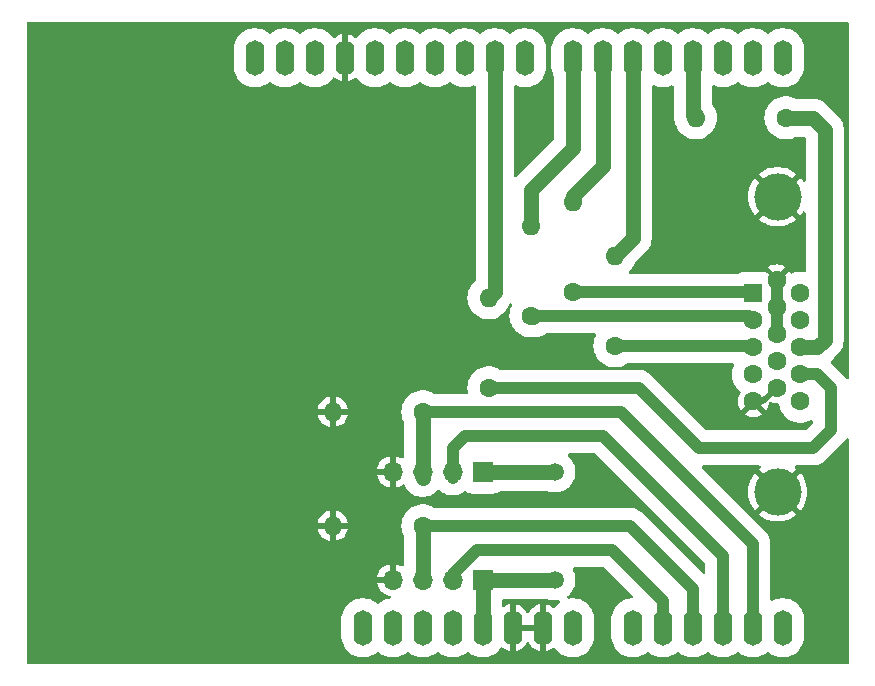
<source format=gbr>
%TF.GenerationSoftware,KiCad,Pcbnew,8.0.2-8.0.2-0~ubuntu24.04.1*%
%TF.CreationDate,2024-05-16T14:50:04-03:00*%
%TF.ProjectId,arduvga,61726475-7667-4612-9e6b-696361645f70,1*%
%TF.SameCoordinates,Original*%
%TF.FileFunction,Copper,L2,Bot*%
%TF.FilePolarity,Positive*%
%FSLAX46Y46*%
G04 Gerber Fmt 4.6, Leading zero omitted, Abs format (unit mm)*
G04 Created by KiCad (PCBNEW 8.0.2-8.0.2-0~ubuntu24.04.1) date 2024-05-16 14:50:04*
%MOMM*%
%LPD*%
G01*
G04 APERTURE LIST*
%TA.AperFunction,ComponentPad*%
%ADD10C,4.000000*%
%TD*%
%TA.AperFunction,ComponentPad*%
%ADD11R,1.600000X1.600000*%
%TD*%
%TA.AperFunction,ComponentPad*%
%ADD12C,1.600000*%
%TD*%
%TA.AperFunction,ComponentPad*%
%ADD13O,1.600000X1.600000*%
%TD*%
%TA.AperFunction,ComponentPad*%
%ADD14R,1.700000X1.700000*%
%TD*%
%TA.AperFunction,ComponentPad*%
%ADD15O,1.700000X1.700000*%
%TD*%
%TA.AperFunction,ComponentPad*%
%ADD16O,1.600000X3.000000*%
%TD*%
%TA.AperFunction,ViaPad*%
%ADD17C,1.500000*%
%TD*%
%TA.AperFunction,Conductor*%
%ADD18C,1.250000*%
%TD*%
%TA.AperFunction,Conductor*%
%ADD19C,1.000000*%
%TD*%
%TA.AperFunction,Conductor*%
%ADD20C,0.500000*%
%TD*%
%TA.AperFunction,Conductor*%
%ADD21C,0.250000*%
%TD*%
G04 APERTURE END LIST*
D10*
%TO.P,J5,0*%
%TO.N,GND*%
X175330000Y-110416000D03*
X175330000Y-85416000D03*
D11*
%TO.P,J5,1*%
%TO.N,Net-(J5-Pad1)*%
X173280000Y-93601000D03*
D12*
%TO.P,J5,2*%
%TO.N,Net-(J5-Pad2)*%
X173280000Y-95891000D03*
%TO.P,J5,3*%
%TO.N,Net-(J5-Pad3)*%
X173280000Y-98181000D03*
%TO.P,J5,4*%
%TO.N,unconnected-(J5-Pad4)*%
X173280000Y-100471000D03*
%TO.P,J5,5*%
%TO.N,GND*%
X173280000Y-102761000D03*
%TO.P,J5,6*%
X175260000Y-92456000D03*
%TO.P,J5,7*%
X175260000Y-94746000D03*
%TO.P,J5,8*%
X175260000Y-97036000D03*
%TO.P,J5,9*%
%TO.N,unconnected-(J5-Pad9)*%
X175260000Y-99326000D03*
%TO.P,J5,10*%
%TO.N,GND*%
X175260000Y-101616000D03*
%TO.P,J5,11*%
%TO.N,unconnected-(J5-Pad11)*%
X177240000Y-93601000D03*
%TO.P,J5,12*%
%TO.N,unconnected-(J5-Pad12)*%
X177240000Y-95891000D03*
%TO.P,J5,13*%
%TO.N,Net-(J5-Pad13)*%
X177240000Y-98181000D03*
%TO.P,J5,14*%
%TO.N,Net-(J5-Pad14)*%
X177240000Y-100471000D03*
%TO.P,J5,15*%
%TO.N,unconnected-(J5-Pad15)*%
X177240000Y-102761000D03*
%TD*%
%TO.P,R5,1*%
%TO.N,Net-(A1-A2)*%
X145288000Y-113284000D03*
D13*
%TO.P,R5,2*%
%TO.N,GND*%
X137668000Y-113284000D03*
%TD*%
D12*
%TO.P,R6,1*%
%TO.N,Net-(J3-Pin_3)*%
X145288000Y-103632000D03*
D13*
%TO.P,R6,2*%
%TO.N,GND*%
X137668000Y-103632000D03*
%TD*%
D14*
%TO.P,J1,1,Pin_1*%
%TO.N,+5V*%
X150368000Y-117856000D03*
D15*
%TO.P,J1,2,Pin_2*%
%TO.N,Net-(A1-A1)*%
X147828000Y-117856000D03*
%TO.P,J1,3,Pin_3*%
%TO.N,Net-(A1-A2)*%
X145288000Y-117856000D03*
%TO.P,J1,4,Pin_4*%
%TO.N,GND*%
X142748000Y-117856000D03*
%TD*%
D12*
%TO.P,R7,1*%
%TO.N,Net-(J5-Pad3)*%
X161544000Y-98044000D03*
D13*
%TO.P,R7,2*%
%TO.N,Net-(A1-D5)*%
X161544000Y-90424000D03*
%TD*%
D14*
%TO.P,J3,1,Pin_1*%
%TO.N,+5V*%
X150368000Y-108712000D03*
D15*
%TO.P,J3,2,Pin_2*%
%TO.N,Net-(A1-A3)*%
X147828000Y-108712000D03*
%TO.P,J3,3,Pin_3*%
%TO.N,Net-(J3-Pin_3)*%
X145288000Y-108712000D03*
%TO.P,J3,4,Pin_4*%
%TO.N,GND*%
X142748000Y-108712000D03*
%TD*%
D12*
%TO.P,R2,1*%
%TO.N,Net-(J5-Pad1)*%
X157988000Y-93472000D03*
D13*
%TO.P,R2,2*%
%TO.N,Net-(A1-D6)*%
X157988000Y-85852000D03*
%TD*%
D12*
%TO.P,R3,1*%
%TO.N,Net-(J5-Pad2)*%
X154432000Y-95504000D03*
D13*
%TO.P,R3,2*%
%TO.N,Net-(A1-D7)*%
X154432000Y-87884000D03*
%TD*%
D12*
%TO.P,R4,1*%
%TO.N,Net-(J5-Pad14)*%
X150876000Y-101600000D03*
D13*
%TO.P,R4,2*%
%TO.N,Net-(A1-D9)*%
X150876000Y-93980000D03*
%TD*%
D12*
%TO.P,R1,1*%
%TO.N,Net-(J5-Pad13)*%
X176022000Y-78740000D03*
D13*
%TO.P,R1,2*%
%TO.N,Net-(A1-D3)*%
X168402000Y-78740000D03*
%TD*%
D16*
%TO.P,A1,1,NC*%
%TO.N,unconnected-(A1-NC-Pad1)*%
X140208000Y-121920000D03*
%TO.P,A1,2,IOREF*%
%TO.N,unconnected-(A1-IOREF-Pad2)*%
X142748000Y-121920000D03*
%TO.P,A1,3,~{RESET}*%
%TO.N,unconnected-(A1-~{RESET}-Pad3)*%
X145288000Y-121920000D03*
%TO.P,A1,4,3V3*%
%TO.N,unconnected-(A1-3V3-Pad4)*%
X147828000Y-121920000D03*
%TO.P,A1,5,+5V*%
%TO.N,+5V*%
X150368000Y-121920000D03*
%TO.P,A1,6,GND*%
%TO.N,GND*%
X152908000Y-121920000D03*
%TO.P,A1,7,GND*%
X155448000Y-121920000D03*
%TO.P,A1,8,VIN*%
%TO.N,unconnected-(A1-VIN-Pad8)*%
X157988000Y-121920000D03*
%TO.P,A1,9,A0*%
%TO.N,unconnected-(A1-A0-Pad9)*%
X163068000Y-121920000D03*
%TO.P,A1,10,A1*%
%TO.N,Net-(A1-A1)*%
X165608000Y-121920000D03*
%TO.P,A1,11,A2*%
%TO.N,Net-(A1-A2)*%
X168148000Y-121920000D03*
%TO.P,A1,12,A3*%
%TO.N,Net-(A1-A3)*%
X170688000Y-121920000D03*
%TO.P,A1,13,SDA/A4*%
%TO.N,Net-(J3-Pin_3)*%
X173228000Y-121920000D03*
%TO.P,A1,14,SCL/A5*%
%TO.N,unconnected-(A1-SCL{slash}A5-Pad14)*%
X175768000Y-121920000D03*
%TO.P,A1,15,D0/RX*%
%TO.N,unconnected-(A1-D0{slash}RX-Pad15)*%
X175768000Y-73660000D03*
%TO.P,A1,16,D1/TX*%
%TO.N,unconnected-(A1-D1{slash}TX-Pad16)*%
X173228000Y-73660000D03*
%TO.P,A1,17,D2*%
%TO.N,unconnected-(A1-D2-Pad17)*%
X170688000Y-73660000D03*
%TO.P,A1,18,D3*%
%TO.N,Net-(A1-D3)*%
X168148000Y-73660000D03*
%TO.P,A1,19,D4*%
%TO.N,unconnected-(A1-D4-Pad19)*%
X165608000Y-73660000D03*
%TO.P,A1,20,D5*%
%TO.N,Net-(A1-D5)*%
X163068000Y-73660000D03*
%TO.P,A1,21,D6*%
%TO.N,Net-(A1-D6)*%
X160528000Y-73660000D03*
%TO.P,A1,22,D7*%
%TO.N,Net-(A1-D7)*%
X157988000Y-73660000D03*
%TO.P,A1,23,D8*%
%TO.N,unconnected-(A1-D8-Pad23)*%
X153928000Y-73660000D03*
%TO.P,A1,24,D9*%
%TO.N,Net-(A1-D9)*%
X151388000Y-73660000D03*
%TO.P,A1,25,D10*%
%TO.N,unconnected-(A1-D10-Pad25)*%
X148848000Y-73660000D03*
%TO.P,A1,26,D11*%
%TO.N,unconnected-(A1-D11-Pad26)*%
X146308000Y-73660000D03*
%TO.P,A1,27,D12*%
%TO.N,unconnected-(A1-D12-Pad27)*%
X143768000Y-73660000D03*
%TO.P,A1,28,D13*%
%TO.N,unconnected-(A1-D13-Pad28)*%
X141228000Y-73660000D03*
%TO.P,A1,29,GND*%
%TO.N,GND*%
X138688000Y-73660000D03*
%TO.P,A1,30,AREF*%
%TO.N,unconnected-(A1-AREF-Pad30)*%
X136148000Y-73660000D03*
%TO.P,A1,31,SDA/A4*%
%TO.N,unconnected-(A1-SDA{slash}A4-Pad31)*%
X133608000Y-73660000D03*
%TO.P,A1,32,SCL/A5*%
%TO.N,unconnected-(A1-SCL{slash}A5-Pad32)*%
X131068000Y-73660000D03*
%TD*%
D17*
%TO.N,+5V*%
X156464002Y-117856000D03*
X156464000Y-108712000D03*
%TD*%
D18*
%TO.N,+5V*%
X150876000Y-108712000D02*
X156464000Y-108712000D01*
X153416000Y-117856000D02*
X150368002Y-117856000D01*
X153416000Y-117856000D02*
X156464002Y-117856000D01*
X150368002Y-117856000D02*
X150368000Y-117856002D01*
X150368000Y-121920000D02*
X150368000Y-117856002D01*
D19*
%TO.N,GND*%
X175260000Y-92456000D02*
X175260000Y-97036000D01*
D20*
X174115000Y-102761000D02*
X175260000Y-101616000D01*
D21*
X173280000Y-102761000D02*
X174115000Y-102761000D01*
D19*
%TO.N,Net-(A1-A1)*%
X161290000Y-115316000D02*
X149860000Y-115316000D01*
X149860000Y-115316000D02*
X147828000Y-117348000D01*
X165608000Y-121920000D02*
X165608000Y-119634000D01*
X165608000Y-119634000D02*
X161290000Y-115316000D01*
%TO.N,Net-(A1-A2)*%
X162814000Y-113284000D02*
X145288000Y-113284000D01*
X168148000Y-121920000D02*
X168148000Y-118618000D01*
D18*
X145288000Y-113284000D02*
X145288000Y-117348000D01*
D19*
X168148000Y-118618000D02*
X162814000Y-113284000D01*
%TO.N,Net-(A1-A3)*%
X170688000Y-121920000D02*
X170688000Y-115824000D01*
X148844000Y-105664000D02*
X147828000Y-106680000D01*
X147828000Y-106680000D02*
X147828000Y-109220000D01*
X160528000Y-105664000D02*
X148844000Y-105664000D01*
X170688000Y-115824000D02*
X160528000Y-105664000D01*
D18*
%TO.N,Net-(J3-Pin_3)*%
X145288000Y-104140000D02*
X145288000Y-105156000D01*
D19*
X162052000Y-103632000D02*
X145796000Y-103632000D01*
D18*
X145288000Y-109220000D02*
X145288000Y-105156000D01*
D19*
X173228000Y-121920000D02*
X173228000Y-114808000D01*
X173228000Y-114808000D02*
X162052000Y-103632000D01*
X145796000Y-103632000D02*
X145288000Y-104140000D01*
D18*
%TO.N,Net-(A1-D3)*%
X168148000Y-73660000D02*
X168148000Y-78486000D01*
%TO.N,Net-(A1-D6)*%
X160528000Y-82804000D02*
X160528000Y-73660000D01*
X157988000Y-85344000D02*
X160528000Y-82804000D01*
%TO.N,Net-(A1-D7)*%
X157988000Y-73660000D02*
X157988000Y-81280000D01*
X154432000Y-84836000D02*
X154432000Y-87884000D01*
X157988000Y-81280000D02*
X154432000Y-84836000D01*
%TO.N,Net-(A1-D9)*%
X150876000Y-93980000D02*
X151384000Y-93472000D01*
D21*
X151384000Y-73664000D02*
X151388000Y-73660000D01*
D18*
X151384000Y-93472000D02*
X151384000Y-73664000D01*
D19*
%TO.N,Net-(J5-Pad1)*%
X157988000Y-93472000D02*
X173151000Y-93472000D01*
X173151000Y-93472000D02*
X173280000Y-93601000D01*
X158045000Y-93529000D02*
X157988000Y-93472000D01*
%TO.N,Net-(J5-Pad2)*%
X154432000Y-95504000D02*
X172893000Y-95504000D01*
X172893000Y-95504000D02*
X173280000Y-95891000D01*
X154747000Y-95819000D02*
X154432000Y-95504000D01*
D18*
%TO.N,Net-(J5-Pad13)*%
X179324000Y-79756000D02*
X179324000Y-97536000D01*
X178308000Y-78740000D02*
X179324000Y-79756000D01*
X176022000Y-78740000D02*
X178308000Y-78740000D01*
X178679000Y-98181000D02*
X177240000Y-98181000D01*
X179324000Y-97536000D02*
X178679000Y-98181000D01*
D19*
%TO.N,Net-(J5-Pad14)*%
X178703000Y-100471000D02*
X177240000Y-100471000D01*
X150876000Y-101600000D02*
X163576000Y-101600000D01*
X179832000Y-101600000D02*
X178703000Y-100471000D01*
X179832000Y-105156000D02*
X179832000Y-101600000D01*
X178308000Y-106680000D02*
X179832000Y-105156000D01*
X163576000Y-101600000D02*
X168656000Y-106680000D01*
X168656000Y-106680000D02*
X178308000Y-106680000D01*
D18*
%TO.N,Net-(A1-D5)*%
X163068000Y-88900000D02*
X161544000Y-90424000D01*
X163068000Y-73660000D02*
X163068000Y-88900000D01*
D19*
%TO.N,Net-(J5-Pad3)*%
X173143000Y-98044000D02*
X173280000Y-98181000D01*
X161609000Y-98109000D02*
X161544000Y-98044000D01*
X161544000Y-98044000D02*
X173143000Y-98044000D01*
%TD*%
%TA.AperFunction,Conductor*%
%TO.N,GND*%
G36*
X181299039Y-70631685D02*
G01*
X181344794Y-70684489D01*
X181356000Y-70736000D01*
X181356000Y-100769384D01*
X181336315Y-100836423D01*
X181283511Y-100882178D01*
X181214353Y-100892122D01*
X181150797Y-100863097D01*
X181121516Y-100825680D01*
X181115344Y-100813568D01*
X181115343Y-100813566D01*
X180976517Y-100622490D01*
X179844096Y-99490069D01*
X179810611Y-99428746D01*
X179815595Y-99359054D01*
X179844096Y-99314707D01*
X180097702Y-99061101D01*
X180563862Y-98594942D01*
X180714252Y-98387947D01*
X180830410Y-98159976D01*
X180909474Y-97916639D01*
X180949500Y-97663930D01*
X180949500Y-97408070D01*
X180949500Y-79628070D01*
X180909474Y-79375361D01*
X180905775Y-79363976D01*
X180830410Y-79132024D01*
X180830410Y-79132023D01*
X180767777Y-79009101D01*
X180714252Y-78904053D01*
X180595064Y-78740004D01*
X180563867Y-78697064D01*
X180563863Y-78697059D01*
X179366940Y-77500136D01*
X179366935Y-77500132D01*
X179159950Y-77349750D01*
X179159949Y-77349749D01*
X179159947Y-77349748D01*
X179086911Y-77312534D01*
X178931976Y-77233589D01*
X178931973Y-77233588D01*
X178688640Y-77154526D01*
X178562284Y-77134513D01*
X178435930Y-77114500D01*
X178435929Y-77114500D01*
X176824646Y-77114500D01*
X176770845Y-77102220D01*
X176681643Y-77059263D01*
X176681645Y-77059263D01*
X176423773Y-76979720D01*
X176423767Y-76979718D01*
X176156936Y-76939500D01*
X176156929Y-76939500D01*
X175887071Y-76939500D01*
X175887063Y-76939500D01*
X175620232Y-76979718D01*
X175620226Y-76979720D01*
X175362358Y-77059262D01*
X175119230Y-77176346D01*
X174896258Y-77328365D01*
X174698442Y-77511910D01*
X174530185Y-77722898D01*
X174395258Y-77956599D01*
X174395256Y-77956603D01*
X174296666Y-78207804D01*
X174296664Y-78207811D01*
X174236616Y-78470898D01*
X174216451Y-78739995D01*
X174216451Y-78740004D01*
X174236616Y-79009101D01*
X174296664Y-79272188D01*
X174296666Y-79272195D01*
X174332688Y-79363978D01*
X174395257Y-79523398D01*
X174530185Y-79757102D01*
X174666080Y-79927509D01*
X174698442Y-79968089D01*
X174885183Y-80141358D01*
X174896259Y-80151635D01*
X175119226Y-80303651D01*
X175362359Y-80420738D01*
X175620228Y-80500280D01*
X175620229Y-80500280D01*
X175620232Y-80500281D01*
X175887063Y-80540499D01*
X175887068Y-80540499D01*
X175887071Y-80540500D01*
X175887072Y-80540500D01*
X176156928Y-80540500D01*
X176156929Y-80540500D01*
X176156936Y-80540499D01*
X176423767Y-80500281D01*
X176423768Y-80500280D01*
X176423772Y-80500280D01*
X176681641Y-80420738D01*
X176755468Y-80385185D01*
X176770845Y-80377780D01*
X176824646Y-80365500D01*
X177574500Y-80365500D01*
X177641539Y-80385185D01*
X177687294Y-80437989D01*
X177698500Y-80489500D01*
X177698500Y-84055661D01*
X177678815Y-84122700D01*
X177626011Y-84168455D01*
X177556853Y-84178399D01*
X177493297Y-84149374D01*
X177469803Y-84122103D01*
X177356542Y-83943632D01*
X177356539Y-83943628D01*
X177265712Y-83833838D01*
X176624250Y-84475300D01*
X176550412Y-84373670D01*
X176372330Y-84195588D01*
X176270698Y-84121748D01*
X176915027Y-83477419D01*
X176915026Y-83477417D01*
X176672227Y-83301014D01*
X176672209Y-83301003D01*
X176396552Y-83149459D01*
X176396544Y-83149455D01*
X176104073Y-83033659D01*
X175799379Y-82955426D01*
X175799370Y-82955424D01*
X175487298Y-82916000D01*
X175172701Y-82916000D01*
X174860629Y-82955424D01*
X174860620Y-82955426D01*
X174555926Y-83033659D01*
X174263455Y-83149455D01*
X174263447Y-83149459D01*
X173987787Y-83301004D01*
X173987782Y-83301007D01*
X173744972Y-83477418D01*
X173744971Y-83477419D01*
X174389301Y-84121748D01*
X174287670Y-84195588D01*
X174109588Y-84373670D01*
X174035748Y-84475300D01*
X173394286Y-83833838D01*
X173394285Y-83833838D01*
X173303459Y-83943629D01*
X173303457Y-83943632D01*
X173134903Y-84209232D01*
X173134900Y-84209238D01*
X173000965Y-84493862D01*
X173000963Y-84493867D01*
X172903755Y-84793041D01*
X172844808Y-85102050D01*
X172844807Y-85102057D01*
X172825057Y-85415994D01*
X172825057Y-85416005D01*
X172844807Y-85729942D01*
X172844808Y-85729949D01*
X172903755Y-86038958D01*
X173000963Y-86338132D01*
X173000965Y-86338137D01*
X173134900Y-86622761D01*
X173134903Y-86622767D01*
X173303457Y-86888367D01*
X173303460Y-86888371D01*
X173394286Y-86998160D01*
X174035748Y-86356698D01*
X174109588Y-86458330D01*
X174287670Y-86636412D01*
X174389300Y-86710250D01*
X173744971Y-87354579D01*
X173744972Y-87354581D01*
X173987772Y-87530985D01*
X173987790Y-87530996D01*
X174263447Y-87682540D01*
X174263455Y-87682544D01*
X174555926Y-87798340D01*
X174860620Y-87876573D01*
X174860629Y-87876575D01*
X175172701Y-87915999D01*
X175172715Y-87916000D01*
X175487285Y-87916000D01*
X175487298Y-87915999D01*
X175799370Y-87876575D01*
X175799379Y-87876573D01*
X176104073Y-87798340D01*
X176396544Y-87682544D01*
X176396552Y-87682540D01*
X176672209Y-87530996D01*
X176672219Y-87530990D01*
X176915026Y-87354579D01*
X176915027Y-87354579D01*
X176270698Y-86710251D01*
X176372330Y-86636412D01*
X176550412Y-86458330D01*
X176624251Y-86356698D01*
X177265712Y-86998160D01*
X177356544Y-86888364D01*
X177469803Y-86709896D01*
X177522345Y-86663840D01*
X177591445Y-86653501D01*
X177655166Y-86682162D01*
X177693276Y-86740724D01*
X177698500Y-86776338D01*
X177698500Y-91705179D01*
X177678815Y-91772218D01*
X177626011Y-91817973D01*
X177556853Y-91827917D01*
X177556019Y-91827794D01*
X177374936Y-91800500D01*
X177374929Y-91800500D01*
X177105071Y-91800500D01*
X177105063Y-91800500D01*
X176838232Y-91840718D01*
X176838226Y-91840720D01*
X176580368Y-91920258D01*
X176576050Y-91921954D01*
X176575429Y-91920372D01*
X176513619Y-91930533D01*
X176449492Y-91902793D01*
X176416410Y-91859869D01*
X176390130Y-91803511D01*
X176390129Y-91803510D01*
X176339025Y-91730526D01*
X175742962Y-92326588D01*
X175725925Y-92263007D01*
X175660099Y-92148993D01*
X175567007Y-92055901D01*
X175452993Y-91990075D01*
X175389410Y-91973037D01*
X175985472Y-91376974D01*
X175912478Y-91325863D01*
X175706331Y-91229735D01*
X175706317Y-91229730D01*
X175486610Y-91170860D01*
X175486599Y-91170858D01*
X175260002Y-91151034D01*
X175259998Y-91151034D01*
X175033400Y-91170858D01*
X175033389Y-91170860D01*
X174813682Y-91229730D01*
X174813673Y-91229734D01*
X174607516Y-91325866D01*
X174607512Y-91325868D01*
X174534526Y-91376973D01*
X174534526Y-91376974D01*
X175130590Y-91973037D01*
X175067007Y-91990075D01*
X174952993Y-92055901D01*
X174859901Y-92148993D01*
X174851361Y-92163784D01*
X174791109Y-92089890D01*
X174633409Y-91961304D01*
X174633410Y-91961304D01*
X174633407Y-91961302D01*
X174453049Y-91867091D01*
X174453048Y-91867090D01*
X174453043Y-91867088D01*
X174294086Y-91821604D01*
X174240518Y-91790070D01*
X174180974Y-91730526D01*
X174180973Y-91730526D01*
X174169001Y-91747625D01*
X174114423Y-91791249D01*
X174067427Y-91800500D01*
X172421971Y-91800500D01*
X172421965Y-91800500D01*
X172421964Y-91800501D01*
X172410316Y-91801536D01*
X172302584Y-91811113D01*
X172106952Y-91867090D01*
X171934046Y-91957409D01*
X171876635Y-91971500D01*
X162839260Y-91971500D01*
X162772221Y-91951815D01*
X162726466Y-91899011D01*
X162716522Y-91829853D01*
X162745547Y-91766297D01*
X162754919Y-91756601D01*
X162783022Y-91730526D01*
X162867561Y-91652085D01*
X163035815Y-91441102D01*
X163170743Y-91207398D01*
X163233217Y-91048215D01*
X163260961Y-91005841D01*
X164307862Y-89958942D01*
X164458252Y-89751947D01*
X164572203Y-89528305D01*
X164574108Y-89524902D01*
X164574409Y-89523976D01*
X164574410Y-89523975D01*
X164653474Y-89280639D01*
X164693500Y-89027930D01*
X164693500Y-76115627D01*
X164713185Y-76048588D01*
X164765989Y-76002833D01*
X164835147Y-75992889D01*
X164864948Y-76001064D01*
X165028007Y-76068606D01*
X165255986Y-76129693D01*
X165489989Y-76160500D01*
X165489996Y-76160500D01*
X165726004Y-76160500D01*
X165726011Y-76160500D01*
X165960014Y-76129693D01*
X166187993Y-76068606D01*
X166351049Y-76001065D01*
X166420516Y-75993597D01*
X166482996Y-76024872D01*
X166518648Y-76084961D01*
X166522500Y-76115627D01*
X166522500Y-78613930D01*
X166535667Y-78697059D01*
X166562526Y-78866640D01*
X166633315Y-79084509D01*
X166636275Y-79095234D01*
X166676664Y-79272188D01*
X166676666Y-79272195D01*
X166712688Y-79363978D01*
X166775257Y-79523398D01*
X166910185Y-79757102D01*
X167046080Y-79927509D01*
X167078442Y-79968089D01*
X167265183Y-80141358D01*
X167276259Y-80151635D01*
X167499226Y-80303651D01*
X167742359Y-80420738D01*
X168000228Y-80500280D01*
X168000229Y-80500280D01*
X168000232Y-80500281D01*
X168267063Y-80540499D01*
X168267068Y-80540499D01*
X168267071Y-80540500D01*
X168267072Y-80540500D01*
X168536928Y-80540500D01*
X168536929Y-80540500D01*
X168536936Y-80540499D01*
X168803767Y-80500281D01*
X168803768Y-80500280D01*
X168803772Y-80500280D01*
X169061641Y-80420738D01*
X169304775Y-80303651D01*
X169527741Y-80151635D01*
X169725561Y-79968085D01*
X169893815Y-79757102D01*
X170028743Y-79523398D01*
X170127334Y-79272195D01*
X170187383Y-79009103D01*
X170207549Y-78740000D01*
X170204331Y-78697064D01*
X170187383Y-78470898D01*
X170127335Y-78207811D01*
X170127334Y-78207805D01*
X170028743Y-77956602D01*
X169893815Y-77722898D01*
X169800553Y-77605951D01*
X169774144Y-77541264D01*
X169773500Y-77528638D01*
X169773500Y-76115627D01*
X169793185Y-76048588D01*
X169845989Y-76002833D01*
X169915147Y-75992889D01*
X169944948Y-76001064D01*
X170108007Y-76068606D01*
X170335986Y-76129693D01*
X170569989Y-76160500D01*
X170569996Y-76160500D01*
X170806004Y-76160500D01*
X170806011Y-76160500D01*
X171040014Y-76129693D01*
X171267993Y-76068606D01*
X171486049Y-75978284D01*
X171690450Y-75860273D01*
X171877698Y-75716593D01*
X171880920Y-75714121D01*
X171881814Y-75715286D01*
X171939619Y-75688469D01*
X172008835Y-75697998D01*
X172034697Y-75714619D01*
X172035080Y-75714121D01*
X172038302Y-75716593D01*
X172225550Y-75860273D01*
X172356918Y-75936118D01*
X172429943Y-75978280D01*
X172429948Y-75978282D01*
X172429951Y-75978284D01*
X172648007Y-76068606D01*
X172875986Y-76129693D01*
X173109989Y-76160500D01*
X173109996Y-76160500D01*
X173346004Y-76160500D01*
X173346011Y-76160500D01*
X173580014Y-76129693D01*
X173807993Y-76068606D01*
X174026049Y-75978284D01*
X174230450Y-75860273D01*
X174417698Y-75716593D01*
X174420920Y-75714121D01*
X174421814Y-75715286D01*
X174479619Y-75688469D01*
X174548835Y-75697998D01*
X174574697Y-75714619D01*
X174575080Y-75714121D01*
X174578302Y-75716593D01*
X174765550Y-75860273D01*
X174896918Y-75936118D01*
X174969943Y-75978280D01*
X174969948Y-75978282D01*
X174969951Y-75978284D01*
X175188007Y-76068606D01*
X175415986Y-76129693D01*
X175649989Y-76160500D01*
X175649996Y-76160500D01*
X175886004Y-76160500D01*
X175886011Y-76160500D01*
X176120014Y-76129693D01*
X176347993Y-76068606D01*
X176566049Y-75978284D01*
X176770450Y-75860273D01*
X176957699Y-75716592D01*
X177124592Y-75549699D01*
X177268273Y-75362450D01*
X177386284Y-75158049D01*
X177476606Y-74939993D01*
X177537693Y-74712014D01*
X177568500Y-74478011D01*
X177568500Y-72841989D01*
X177537693Y-72607986D01*
X177476606Y-72380007D01*
X177386284Y-72161951D01*
X177386282Y-72161948D01*
X177386280Y-72161943D01*
X177293840Y-72001834D01*
X177268273Y-71957550D01*
X177124592Y-71770301D01*
X177124587Y-71770295D01*
X176957704Y-71603412D01*
X176957697Y-71603406D01*
X176770454Y-71459730D01*
X176770453Y-71459729D01*
X176770450Y-71459727D01*
X176688957Y-71412677D01*
X176566056Y-71341719D01*
X176566045Y-71341714D01*
X176347993Y-71251394D01*
X176120010Y-71190306D01*
X175886020Y-71159501D01*
X175886017Y-71159500D01*
X175886011Y-71159500D01*
X175649989Y-71159500D01*
X175649983Y-71159500D01*
X175649979Y-71159501D01*
X175415989Y-71190306D01*
X175188006Y-71251394D01*
X174969954Y-71341714D01*
X174969943Y-71341719D01*
X174765545Y-71459730D01*
X174575080Y-71605879D01*
X174574191Y-71604720D01*
X174516338Y-71631537D01*
X174447124Y-71621983D01*
X174421298Y-71605385D01*
X174420920Y-71605879D01*
X174230454Y-71459730D01*
X174230453Y-71459729D01*
X174230450Y-71459727D01*
X174148957Y-71412677D01*
X174026056Y-71341719D01*
X174026045Y-71341714D01*
X173807993Y-71251394D01*
X173580010Y-71190306D01*
X173346020Y-71159501D01*
X173346017Y-71159500D01*
X173346011Y-71159500D01*
X173109989Y-71159500D01*
X173109983Y-71159500D01*
X173109979Y-71159501D01*
X172875989Y-71190306D01*
X172648006Y-71251394D01*
X172429954Y-71341714D01*
X172429943Y-71341719D01*
X172225545Y-71459730D01*
X172035080Y-71605879D01*
X172034191Y-71604720D01*
X171976338Y-71631537D01*
X171907124Y-71621983D01*
X171881298Y-71605385D01*
X171880920Y-71605879D01*
X171690454Y-71459730D01*
X171690453Y-71459729D01*
X171690450Y-71459727D01*
X171608957Y-71412677D01*
X171486056Y-71341719D01*
X171486045Y-71341714D01*
X171267993Y-71251394D01*
X171040010Y-71190306D01*
X170806020Y-71159501D01*
X170806017Y-71159500D01*
X170806011Y-71159500D01*
X170569989Y-71159500D01*
X170569983Y-71159500D01*
X170569979Y-71159501D01*
X170335989Y-71190306D01*
X170108006Y-71251394D01*
X169889954Y-71341714D01*
X169889943Y-71341719D01*
X169685545Y-71459730D01*
X169495080Y-71605879D01*
X169494191Y-71604720D01*
X169436338Y-71631537D01*
X169367124Y-71621983D01*
X169341298Y-71605385D01*
X169340920Y-71605879D01*
X169150454Y-71459730D01*
X169150453Y-71459729D01*
X169150450Y-71459727D01*
X169068957Y-71412677D01*
X168946056Y-71341719D01*
X168946045Y-71341714D01*
X168727993Y-71251394D01*
X168500010Y-71190306D01*
X168266020Y-71159501D01*
X168266017Y-71159500D01*
X168266011Y-71159500D01*
X168029989Y-71159500D01*
X168029983Y-71159500D01*
X168029979Y-71159501D01*
X167795989Y-71190306D01*
X167568006Y-71251394D01*
X167349954Y-71341714D01*
X167349943Y-71341719D01*
X167145545Y-71459730D01*
X166955080Y-71605879D01*
X166954191Y-71604720D01*
X166896338Y-71631537D01*
X166827124Y-71621983D01*
X166801298Y-71605385D01*
X166800920Y-71605879D01*
X166610454Y-71459730D01*
X166610453Y-71459729D01*
X166610450Y-71459727D01*
X166528957Y-71412677D01*
X166406056Y-71341719D01*
X166406045Y-71341714D01*
X166187993Y-71251394D01*
X165960010Y-71190306D01*
X165726020Y-71159501D01*
X165726017Y-71159500D01*
X165726011Y-71159500D01*
X165489989Y-71159500D01*
X165489983Y-71159500D01*
X165489979Y-71159501D01*
X165255989Y-71190306D01*
X165028006Y-71251394D01*
X164809954Y-71341714D01*
X164809943Y-71341719D01*
X164605545Y-71459730D01*
X164415080Y-71605879D01*
X164414191Y-71604720D01*
X164356338Y-71631537D01*
X164287124Y-71621983D01*
X164261298Y-71605385D01*
X164260920Y-71605879D01*
X164070454Y-71459730D01*
X164070453Y-71459729D01*
X164070450Y-71459727D01*
X163988957Y-71412677D01*
X163866056Y-71341719D01*
X163866045Y-71341714D01*
X163647993Y-71251394D01*
X163420010Y-71190306D01*
X163186020Y-71159501D01*
X163186017Y-71159500D01*
X163186011Y-71159500D01*
X162949989Y-71159500D01*
X162949983Y-71159500D01*
X162949979Y-71159501D01*
X162715989Y-71190306D01*
X162488006Y-71251394D01*
X162269954Y-71341714D01*
X162269943Y-71341719D01*
X162065545Y-71459730D01*
X161875080Y-71605879D01*
X161874191Y-71604720D01*
X161816338Y-71631537D01*
X161747124Y-71621983D01*
X161721298Y-71605385D01*
X161720920Y-71605879D01*
X161530454Y-71459730D01*
X161530453Y-71459729D01*
X161530450Y-71459727D01*
X161448957Y-71412677D01*
X161326056Y-71341719D01*
X161326045Y-71341714D01*
X161107993Y-71251394D01*
X160880010Y-71190306D01*
X160646020Y-71159501D01*
X160646017Y-71159500D01*
X160646011Y-71159500D01*
X160409989Y-71159500D01*
X160409983Y-71159500D01*
X160409979Y-71159501D01*
X160175989Y-71190306D01*
X159948006Y-71251394D01*
X159729954Y-71341714D01*
X159729943Y-71341719D01*
X159525545Y-71459730D01*
X159335080Y-71605879D01*
X159334191Y-71604720D01*
X159276338Y-71631537D01*
X159207124Y-71621983D01*
X159181298Y-71605385D01*
X159180920Y-71605879D01*
X158990454Y-71459730D01*
X158990453Y-71459729D01*
X158990450Y-71459727D01*
X158908957Y-71412677D01*
X158786056Y-71341719D01*
X158786045Y-71341714D01*
X158567993Y-71251394D01*
X158340010Y-71190306D01*
X158106020Y-71159501D01*
X158106017Y-71159500D01*
X158106011Y-71159500D01*
X157869989Y-71159500D01*
X157869983Y-71159500D01*
X157869979Y-71159501D01*
X157635989Y-71190306D01*
X157408006Y-71251394D01*
X157189954Y-71341714D01*
X157189943Y-71341719D01*
X156985545Y-71459730D01*
X156798302Y-71603406D01*
X156798295Y-71603412D01*
X156631412Y-71770295D01*
X156631406Y-71770302D01*
X156487730Y-71957545D01*
X156369719Y-72161943D01*
X156369714Y-72161954D01*
X156279394Y-72380006D01*
X156218306Y-72607989D01*
X156187501Y-72841979D01*
X156187500Y-72841995D01*
X156187500Y-74478004D01*
X156187501Y-74478020D01*
X156218306Y-74712010D01*
X156279394Y-74939993D01*
X156353061Y-75117840D01*
X156362500Y-75165293D01*
X156362500Y-80555334D01*
X156342815Y-80622373D01*
X156326181Y-80643015D01*
X153221181Y-83748015D01*
X153159858Y-83781500D01*
X153090166Y-83776516D01*
X153034233Y-83734644D01*
X153009816Y-83669180D01*
X153009500Y-83660334D01*
X153009500Y-76113970D01*
X153029185Y-76046931D01*
X153081989Y-76001176D01*
X153151147Y-75991232D01*
X153180947Y-75999407D01*
X153348007Y-76068606D01*
X153575986Y-76129693D01*
X153809989Y-76160500D01*
X153809996Y-76160500D01*
X154046004Y-76160500D01*
X154046011Y-76160500D01*
X154280014Y-76129693D01*
X154507993Y-76068606D01*
X154726049Y-75978284D01*
X154930450Y-75860273D01*
X155117699Y-75716592D01*
X155284592Y-75549699D01*
X155428273Y-75362450D01*
X155546284Y-75158049D01*
X155636606Y-74939993D01*
X155697693Y-74712014D01*
X155728500Y-74478011D01*
X155728500Y-72841989D01*
X155697693Y-72607986D01*
X155636606Y-72380007D01*
X155546284Y-72161951D01*
X155546282Y-72161948D01*
X155546280Y-72161943D01*
X155453840Y-72001834D01*
X155428273Y-71957550D01*
X155284592Y-71770301D01*
X155284587Y-71770295D01*
X155117704Y-71603412D01*
X155117697Y-71603406D01*
X154930454Y-71459730D01*
X154930453Y-71459729D01*
X154930450Y-71459727D01*
X154848957Y-71412677D01*
X154726056Y-71341719D01*
X154726045Y-71341714D01*
X154507993Y-71251394D01*
X154280010Y-71190306D01*
X154046020Y-71159501D01*
X154046017Y-71159500D01*
X154046011Y-71159500D01*
X153809989Y-71159500D01*
X153809983Y-71159500D01*
X153809979Y-71159501D01*
X153575989Y-71190306D01*
X153348006Y-71251394D01*
X153129954Y-71341714D01*
X153129943Y-71341719D01*
X152925545Y-71459730D01*
X152735080Y-71605879D01*
X152734191Y-71604720D01*
X152676338Y-71631537D01*
X152607124Y-71621983D01*
X152581298Y-71605385D01*
X152580920Y-71605879D01*
X152390454Y-71459730D01*
X152390453Y-71459729D01*
X152390450Y-71459727D01*
X152308957Y-71412677D01*
X152186056Y-71341719D01*
X152186045Y-71341714D01*
X151967993Y-71251394D01*
X151740010Y-71190306D01*
X151506020Y-71159501D01*
X151506017Y-71159500D01*
X151506011Y-71159500D01*
X151269989Y-71159500D01*
X151269983Y-71159500D01*
X151269979Y-71159501D01*
X151035989Y-71190306D01*
X150808006Y-71251394D01*
X150589954Y-71341714D01*
X150589943Y-71341719D01*
X150385545Y-71459730D01*
X150195080Y-71605879D01*
X150194191Y-71604720D01*
X150136338Y-71631537D01*
X150067124Y-71621983D01*
X150041298Y-71605385D01*
X150040920Y-71605879D01*
X149850454Y-71459730D01*
X149850453Y-71459729D01*
X149850450Y-71459727D01*
X149768957Y-71412677D01*
X149646056Y-71341719D01*
X149646045Y-71341714D01*
X149427993Y-71251394D01*
X149200010Y-71190306D01*
X148966020Y-71159501D01*
X148966017Y-71159500D01*
X148966011Y-71159500D01*
X148729989Y-71159500D01*
X148729983Y-71159500D01*
X148729979Y-71159501D01*
X148495989Y-71190306D01*
X148268006Y-71251394D01*
X148049954Y-71341714D01*
X148049943Y-71341719D01*
X147845545Y-71459730D01*
X147655080Y-71605879D01*
X147654191Y-71604720D01*
X147596338Y-71631537D01*
X147527124Y-71621983D01*
X147501298Y-71605385D01*
X147500920Y-71605879D01*
X147310454Y-71459730D01*
X147310453Y-71459729D01*
X147310450Y-71459727D01*
X147228957Y-71412677D01*
X147106056Y-71341719D01*
X147106045Y-71341714D01*
X146887993Y-71251394D01*
X146660010Y-71190306D01*
X146426020Y-71159501D01*
X146426017Y-71159500D01*
X146426011Y-71159500D01*
X146189989Y-71159500D01*
X146189983Y-71159500D01*
X146189979Y-71159501D01*
X145955989Y-71190306D01*
X145728006Y-71251394D01*
X145509954Y-71341714D01*
X145509943Y-71341719D01*
X145305545Y-71459730D01*
X145115080Y-71605879D01*
X145114191Y-71604720D01*
X145056338Y-71631537D01*
X144987124Y-71621983D01*
X144961298Y-71605385D01*
X144960920Y-71605879D01*
X144770454Y-71459730D01*
X144770453Y-71459729D01*
X144770450Y-71459727D01*
X144688957Y-71412677D01*
X144566056Y-71341719D01*
X144566045Y-71341714D01*
X144347993Y-71251394D01*
X144120010Y-71190306D01*
X143886020Y-71159501D01*
X143886017Y-71159500D01*
X143886011Y-71159500D01*
X143649989Y-71159500D01*
X143649983Y-71159500D01*
X143649979Y-71159501D01*
X143415989Y-71190306D01*
X143188006Y-71251394D01*
X142969954Y-71341714D01*
X142969943Y-71341719D01*
X142765545Y-71459730D01*
X142575080Y-71605879D01*
X142574191Y-71604720D01*
X142516338Y-71631537D01*
X142447124Y-71621983D01*
X142421298Y-71605385D01*
X142420920Y-71605879D01*
X142230454Y-71459730D01*
X142230453Y-71459729D01*
X142230450Y-71459727D01*
X142148957Y-71412677D01*
X142026056Y-71341719D01*
X142026045Y-71341714D01*
X141807993Y-71251394D01*
X141580010Y-71190306D01*
X141346020Y-71159501D01*
X141346017Y-71159500D01*
X141346011Y-71159500D01*
X141109989Y-71159500D01*
X141109983Y-71159500D01*
X141109979Y-71159501D01*
X140875989Y-71190306D01*
X140648006Y-71251394D01*
X140429954Y-71341714D01*
X140429943Y-71341719D01*
X140225545Y-71459730D01*
X140038302Y-71603406D01*
X140038295Y-71603412D01*
X139871412Y-71770295D01*
X139725361Y-71960632D01*
X139668933Y-72001834D01*
X139599186Y-72005989D01*
X139539304Y-71972826D01*
X139534895Y-71968417D01*
X139369349Y-71848140D01*
X139187029Y-71755244D01*
X138992413Y-71692009D01*
X138938000Y-71683390D01*
X138938000Y-73379670D01*
X138918255Y-73359925D01*
X138832745Y-73310556D01*
X138737370Y-73285000D01*
X138638630Y-73285000D01*
X138543255Y-73310556D01*
X138457745Y-73359925D01*
X138438000Y-73379670D01*
X138438000Y-71683390D01*
X138383586Y-71692009D01*
X138188970Y-71755244D01*
X138006650Y-71848140D01*
X137841106Y-71968415D01*
X137836690Y-71972832D01*
X137775364Y-72006313D01*
X137705673Y-72001324D01*
X137650638Y-71960631D01*
X137504593Y-71770302D01*
X137504587Y-71770295D01*
X137337704Y-71603412D01*
X137337697Y-71603406D01*
X137150454Y-71459730D01*
X137150453Y-71459729D01*
X137150450Y-71459727D01*
X137068957Y-71412677D01*
X136946056Y-71341719D01*
X136946045Y-71341714D01*
X136727993Y-71251394D01*
X136500010Y-71190306D01*
X136266020Y-71159501D01*
X136266017Y-71159500D01*
X136266011Y-71159500D01*
X136029989Y-71159500D01*
X136029983Y-71159500D01*
X136029979Y-71159501D01*
X135795989Y-71190306D01*
X135568006Y-71251394D01*
X135349954Y-71341714D01*
X135349943Y-71341719D01*
X135145545Y-71459730D01*
X134955080Y-71605879D01*
X134954191Y-71604720D01*
X134896338Y-71631537D01*
X134827124Y-71621983D01*
X134801298Y-71605385D01*
X134800920Y-71605879D01*
X134610454Y-71459730D01*
X134610453Y-71459729D01*
X134610450Y-71459727D01*
X134528957Y-71412677D01*
X134406056Y-71341719D01*
X134406045Y-71341714D01*
X134187993Y-71251394D01*
X133960010Y-71190306D01*
X133726020Y-71159501D01*
X133726017Y-71159500D01*
X133726011Y-71159500D01*
X133489989Y-71159500D01*
X133489983Y-71159500D01*
X133489979Y-71159501D01*
X133255989Y-71190306D01*
X133028006Y-71251394D01*
X132809954Y-71341714D01*
X132809943Y-71341719D01*
X132605545Y-71459730D01*
X132415080Y-71605879D01*
X132414191Y-71604720D01*
X132356338Y-71631537D01*
X132287124Y-71621983D01*
X132261298Y-71605385D01*
X132260920Y-71605879D01*
X132070454Y-71459730D01*
X132070453Y-71459729D01*
X132070450Y-71459727D01*
X131988957Y-71412677D01*
X131866056Y-71341719D01*
X131866045Y-71341714D01*
X131647993Y-71251394D01*
X131420010Y-71190306D01*
X131186020Y-71159501D01*
X131186017Y-71159500D01*
X131186011Y-71159500D01*
X130949989Y-71159500D01*
X130949983Y-71159500D01*
X130949979Y-71159501D01*
X130715989Y-71190306D01*
X130488006Y-71251394D01*
X130269954Y-71341714D01*
X130269943Y-71341719D01*
X130065545Y-71459730D01*
X129878302Y-71603406D01*
X129878295Y-71603412D01*
X129711412Y-71770295D01*
X129711406Y-71770302D01*
X129567730Y-71957545D01*
X129449719Y-72161943D01*
X129449714Y-72161954D01*
X129359394Y-72380006D01*
X129298306Y-72607989D01*
X129267501Y-72841979D01*
X129267500Y-72841995D01*
X129267500Y-74478004D01*
X129267501Y-74478020D01*
X129298306Y-74712010D01*
X129359394Y-74939993D01*
X129449714Y-75158045D01*
X129449719Y-75158056D01*
X129520677Y-75280957D01*
X129567727Y-75362450D01*
X129567729Y-75362453D01*
X129567730Y-75362454D01*
X129711406Y-75549697D01*
X129711412Y-75549704D01*
X129878295Y-75716587D01*
X129878301Y-75716592D01*
X130065550Y-75860273D01*
X130196918Y-75936118D01*
X130269943Y-75978280D01*
X130269948Y-75978282D01*
X130269951Y-75978284D01*
X130488007Y-76068606D01*
X130715986Y-76129693D01*
X130949989Y-76160500D01*
X130949996Y-76160500D01*
X131186004Y-76160500D01*
X131186011Y-76160500D01*
X131420014Y-76129693D01*
X131647993Y-76068606D01*
X131866049Y-75978284D01*
X132070450Y-75860273D01*
X132257698Y-75716593D01*
X132260920Y-75714121D01*
X132261814Y-75715286D01*
X132319619Y-75688469D01*
X132388835Y-75697998D01*
X132414697Y-75714619D01*
X132415080Y-75714121D01*
X132418302Y-75716593D01*
X132605550Y-75860273D01*
X132736918Y-75936118D01*
X132809943Y-75978280D01*
X132809948Y-75978282D01*
X132809951Y-75978284D01*
X133028007Y-76068606D01*
X133255986Y-76129693D01*
X133489989Y-76160500D01*
X133489996Y-76160500D01*
X133726004Y-76160500D01*
X133726011Y-76160500D01*
X133960014Y-76129693D01*
X134187993Y-76068606D01*
X134406049Y-75978284D01*
X134610450Y-75860273D01*
X134797698Y-75716593D01*
X134800920Y-75714121D01*
X134801814Y-75715286D01*
X134859619Y-75688469D01*
X134928835Y-75697998D01*
X134954697Y-75714619D01*
X134955080Y-75714121D01*
X134958302Y-75716593D01*
X135145550Y-75860273D01*
X135276918Y-75936118D01*
X135349943Y-75978280D01*
X135349948Y-75978282D01*
X135349951Y-75978284D01*
X135568007Y-76068606D01*
X135795986Y-76129693D01*
X136029989Y-76160500D01*
X136029996Y-76160500D01*
X136266004Y-76160500D01*
X136266011Y-76160500D01*
X136500014Y-76129693D01*
X136727993Y-76068606D01*
X136946049Y-75978284D01*
X137150450Y-75860273D01*
X137337699Y-75716592D01*
X137504592Y-75549699D01*
X137648273Y-75362450D01*
X137648272Y-75362450D01*
X137650638Y-75359368D01*
X137707066Y-75318165D01*
X137776812Y-75314010D01*
X137836695Y-75347173D01*
X137841104Y-75351582D01*
X138006650Y-75471859D01*
X138188968Y-75564754D01*
X138383578Y-75627988D01*
X138438000Y-75636607D01*
X138438000Y-73940330D01*
X138457745Y-73960075D01*
X138543255Y-74009444D01*
X138638630Y-74035000D01*
X138737370Y-74035000D01*
X138832745Y-74009444D01*
X138918255Y-73960075D01*
X138938000Y-73940330D01*
X138938000Y-75636606D01*
X138992421Y-75627988D01*
X139187031Y-75564754D01*
X139369349Y-75471859D01*
X139534893Y-75351583D01*
X139539299Y-75347178D01*
X139600620Y-75313689D01*
X139670312Y-75318669D01*
X139725362Y-75359368D01*
X139871406Y-75549697D01*
X139871412Y-75549704D01*
X140038295Y-75716587D01*
X140038301Y-75716592D01*
X140225550Y-75860273D01*
X140356918Y-75936118D01*
X140429943Y-75978280D01*
X140429948Y-75978282D01*
X140429951Y-75978284D01*
X140648007Y-76068606D01*
X140875986Y-76129693D01*
X141109989Y-76160500D01*
X141109996Y-76160500D01*
X141346004Y-76160500D01*
X141346011Y-76160500D01*
X141580014Y-76129693D01*
X141807993Y-76068606D01*
X142026049Y-75978284D01*
X142230450Y-75860273D01*
X142417698Y-75716593D01*
X142420920Y-75714121D01*
X142421814Y-75715286D01*
X142479619Y-75688469D01*
X142548835Y-75697998D01*
X142574697Y-75714619D01*
X142575080Y-75714121D01*
X142578302Y-75716593D01*
X142765550Y-75860273D01*
X142896918Y-75936118D01*
X142969943Y-75978280D01*
X142969948Y-75978282D01*
X142969951Y-75978284D01*
X143188007Y-76068606D01*
X143415986Y-76129693D01*
X143649989Y-76160500D01*
X143649996Y-76160500D01*
X143886004Y-76160500D01*
X143886011Y-76160500D01*
X144120014Y-76129693D01*
X144347993Y-76068606D01*
X144566049Y-75978284D01*
X144770450Y-75860273D01*
X144957698Y-75716593D01*
X144960920Y-75714121D01*
X144961814Y-75715286D01*
X145019619Y-75688469D01*
X145088835Y-75697998D01*
X145114697Y-75714619D01*
X145115080Y-75714121D01*
X145118302Y-75716593D01*
X145305550Y-75860273D01*
X145436918Y-75936118D01*
X145509943Y-75978280D01*
X145509948Y-75978282D01*
X145509951Y-75978284D01*
X145728007Y-76068606D01*
X145955986Y-76129693D01*
X146189989Y-76160500D01*
X146189996Y-76160500D01*
X146426004Y-76160500D01*
X146426011Y-76160500D01*
X146660014Y-76129693D01*
X146887993Y-76068606D01*
X147106049Y-75978284D01*
X147310450Y-75860273D01*
X147497698Y-75716593D01*
X147500920Y-75714121D01*
X147501814Y-75715286D01*
X147559619Y-75688469D01*
X147628835Y-75697998D01*
X147654697Y-75714619D01*
X147655080Y-75714121D01*
X147658302Y-75716593D01*
X147845550Y-75860273D01*
X147976918Y-75936118D01*
X148049943Y-75978280D01*
X148049948Y-75978282D01*
X148049951Y-75978284D01*
X148268007Y-76068606D01*
X148495986Y-76129693D01*
X148729989Y-76160500D01*
X148729996Y-76160500D01*
X148966004Y-76160500D01*
X148966011Y-76160500D01*
X149200014Y-76129693D01*
X149427993Y-76068606D01*
X149587048Y-76002722D01*
X149656516Y-75995254D01*
X149718996Y-76026529D01*
X149754648Y-76086618D01*
X149758500Y-76117284D01*
X149758500Y-92506617D01*
X149738815Y-92573656D01*
X149718841Y-92597515D01*
X149552447Y-92751905D01*
X149552444Y-92751908D01*
X149384185Y-92962898D01*
X149249258Y-93196599D01*
X149249256Y-93196603D01*
X149150666Y-93447804D01*
X149150664Y-93447811D01*
X149090616Y-93710898D01*
X149070451Y-93979995D01*
X149070451Y-93980004D01*
X149090616Y-94249101D01*
X149150664Y-94512188D01*
X149150666Y-94512195D01*
X149232460Y-94720602D01*
X149249257Y-94763398D01*
X149384185Y-94997102D01*
X149408199Y-95027214D01*
X149552442Y-95208089D01*
X149739183Y-95381358D01*
X149750259Y-95391635D01*
X149973226Y-95543651D01*
X150216359Y-95660738D01*
X150474228Y-95740280D01*
X150474229Y-95740280D01*
X150474232Y-95740281D01*
X150741063Y-95780499D01*
X150741068Y-95780499D01*
X150741071Y-95780500D01*
X150741072Y-95780500D01*
X151010928Y-95780500D01*
X151010929Y-95780500D01*
X151010936Y-95780499D01*
X151277767Y-95740281D01*
X151277768Y-95740280D01*
X151277772Y-95740280D01*
X151535641Y-95660738D01*
X151778775Y-95543651D01*
X152001741Y-95391635D01*
X152158698Y-95246000D01*
X152199557Y-95208089D01*
X152199557Y-95208087D01*
X152199561Y-95208085D01*
X152367815Y-94997102D01*
X152502743Y-94763398D01*
X152565216Y-94604217D01*
X152592962Y-94561840D01*
X152623862Y-94530942D01*
X152649735Y-94495329D01*
X152705063Y-94452662D01*
X152774677Y-94446681D01*
X152836473Y-94479285D01*
X152870832Y-94540123D01*
X152866845Y-94609879D01*
X152857443Y-94630211D01*
X152805256Y-94720603D01*
X152706666Y-94971804D01*
X152706664Y-94971811D01*
X152646616Y-95234898D01*
X152626451Y-95503995D01*
X152626451Y-95504004D01*
X152646616Y-95773101D01*
X152648305Y-95780499D01*
X152706666Y-96036195D01*
X152805257Y-96287398D01*
X152940185Y-96521102D01*
X152979240Y-96570075D01*
X153108442Y-96732089D01*
X153295183Y-96905358D01*
X153306259Y-96915635D01*
X153529226Y-97067651D01*
X153529229Y-97067652D01*
X153529230Y-97067653D01*
X153559490Y-97082225D01*
X153772359Y-97184738D01*
X154030228Y-97264280D01*
X154030229Y-97264280D01*
X154030232Y-97264281D01*
X154297063Y-97304499D01*
X154297068Y-97304499D01*
X154297071Y-97304500D01*
X154524450Y-97304500D01*
X154543847Y-97306026D01*
X154557957Y-97308261D01*
X154628904Y-97319499D01*
X154628908Y-97319499D01*
X154865097Y-97319499D01*
X154978184Y-97301587D01*
X155098368Y-97282552D01*
X155322992Y-97209568D01*
X155533433Y-97102343D01*
X155635507Y-97028181D01*
X155701313Y-97004702D01*
X155708392Y-97004500D01*
X159850343Y-97004500D01*
X159917382Y-97024185D01*
X159963137Y-97076989D01*
X159973081Y-97146147D01*
X159957730Y-97190500D01*
X159917258Y-97260599D01*
X159917256Y-97260603D01*
X159818666Y-97511804D01*
X159818664Y-97511811D01*
X159758616Y-97774898D01*
X159738451Y-98043995D01*
X159738451Y-98044004D01*
X159758616Y-98313101D01*
X159775700Y-98387950D01*
X159818666Y-98576195D01*
X159917257Y-98827398D01*
X160052185Y-99061102D01*
X160188080Y-99231509D01*
X160220442Y-99272089D01*
X160407183Y-99445358D01*
X160418259Y-99455635D01*
X160641226Y-99607651D01*
X160641229Y-99607652D01*
X160641230Y-99607653D01*
X160671490Y-99622225D01*
X160884359Y-99724738D01*
X161142228Y-99804280D01*
X161142229Y-99804280D01*
X161142232Y-99804281D01*
X161409063Y-99844499D01*
X161409068Y-99844499D01*
X161409071Y-99844500D01*
X161409072Y-99844500D01*
X161678928Y-99844500D01*
X161678929Y-99844500D01*
X161678936Y-99844499D01*
X161945767Y-99804281D01*
X161945768Y-99804280D01*
X161945772Y-99804280D01*
X162203641Y-99724738D01*
X162395765Y-99632216D01*
X162446767Y-99607655D01*
X162446767Y-99607654D01*
X162446775Y-99607651D01*
X162507798Y-99566045D01*
X162574277Y-99544546D01*
X162577649Y-99544500D01*
X171527546Y-99544500D01*
X171594585Y-99564185D01*
X171640340Y-99616989D01*
X171650284Y-99686147D01*
X171642974Y-99713801D01*
X171638682Y-99724738D01*
X171554666Y-99938804D01*
X171554664Y-99938811D01*
X171494616Y-100201898D01*
X171474451Y-100470995D01*
X171474451Y-100471004D01*
X171494616Y-100740101D01*
X171554664Y-101003188D01*
X171554666Y-101003195D01*
X171650993Y-101248631D01*
X171653257Y-101254398D01*
X171788185Y-101488102D01*
X171837686Y-101550174D01*
X171956442Y-101699089D01*
X172133282Y-101863171D01*
X172154259Y-101882635D01*
X172154590Y-101882861D01*
X172154681Y-101882972D01*
X172157889Y-101885530D01*
X172157342Y-101886215D01*
X172198898Y-101936882D01*
X172206966Y-102006284D01*
X172186327Y-102056444D01*
X172149867Y-102108514D01*
X172149866Y-102108516D01*
X172053734Y-102314673D01*
X172053730Y-102314682D01*
X171994860Y-102534389D01*
X171994858Y-102534400D01*
X171975034Y-102760997D01*
X171975034Y-102761002D01*
X171994858Y-102987599D01*
X171994860Y-102987610D01*
X172053730Y-103207317D01*
X172053735Y-103207331D01*
X172149863Y-103413478D01*
X172200974Y-103486472D01*
X172797037Y-102890409D01*
X172814075Y-102953993D01*
X172879901Y-103068007D01*
X172972993Y-103161099D01*
X173087007Y-103226925D01*
X173150590Y-103243962D01*
X172554526Y-103840025D01*
X172627513Y-103891132D01*
X172627521Y-103891136D01*
X172833668Y-103987264D01*
X172833682Y-103987269D01*
X173053389Y-104046139D01*
X173053400Y-104046141D01*
X173279998Y-104065966D01*
X173280002Y-104065966D01*
X173506599Y-104046141D01*
X173506610Y-104046139D01*
X173726317Y-103987269D01*
X173726331Y-103987264D01*
X173932478Y-103891136D01*
X174005471Y-103840024D01*
X173409409Y-103243962D01*
X173472993Y-103226925D01*
X173587007Y-103161099D01*
X173680099Y-103068007D01*
X173745925Y-102953993D01*
X173762962Y-102890409D01*
X174359024Y-103486471D01*
X174410136Y-103413478D01*
X174506264Y-103207331D01*
X174506269Y-103207317D01*
X174565139Y-102987610D01*
X174565141Y-102987600D01*
X174571665Y-102913029D01*
X174597117Y-102847961D01*
X174653708Y-102806982D01*
X174723469Y-102803103D01*
X174747598Y-102811454D01*
X174813673Y-102842266D01*
X174813682Y-102842269D01*
X175033389Y-102901139D01*
X175033400Y-102901141D01*
X175259998Y-102920966D01*
X175260002Y-102920966D01*
X175320146Y-102915704D01*
X175388646Y-102929471D01*
X175438829Y-102978086D01*
X175453282Y-103025612D01*
X175453925Y-103025516D01*
X175454585Y-103029898D01*
X175454606Y-103029966D01*
X175454616Y-103030100D01*
X175507317Y-103261000D01*
X175514666Y-103293195D01*
X175613257Y-103544398D01*
X175748185Y-103778102D01*
X175884080Y-103948509D01*
X175916442Y-103989089D01*
X176103183Y-104162358D01*
X176114259Y-104172635D01*
X176337226Y-104324651D01*
X176580359Y-104441738D01*
X176838228Y-104521280D01*
X176838229Y-104521280D01*
X176838232Y-104521281D01*
X177105063Y-104561499D01*
X177105068Y-104561499D01*
X177105071Y-104561500D01*
X177105072Y-104561500D01*
X177374928Y-104561500D01*
X177374929Y-104561500D01*
X177450232Y-104550150D01*
X177641767Y-104521281D01*
X177641768Y-104521280D01*
X177641772Y-104521280D01*
X177899641Y-104441738D01*
X178142775Y-104324651D01*
X178142789Y-104324641D01*
X178145489Y-104323083D01*
X178146583Y-104322817D01*
X178146956Y-104322638D01*
X178146994Y-104322717D01*
X178213387Y-104306604D01*
X178279417Y-104329449D01*
X178322613Y-104384366D01*
X178331500Y-104430464D01*
X178331500Y-104483111D01*
X178311815Y-104550150D01*
X178295181Y-104570792D01*
X177722792Y-105143181D01*
X177661469Y-105176666D01*
X177635111Y-105179500D01*
X169328889Y-105179500D01*
X169261850Y-105159815D01*
X169241208Y-105143181D01*
X164553511Y-100455484D01*
X164438482Y-100371910D01*
X164362434Y-100316657D01*
X164151996Y-100209433D01*
X163927368Y-100136446D01*
X163694097Y-100099500D01*
X163694092Y-100099500D01*
X151909649Y-100099500D01*
X151842610Y-100079815D01*
X151839830Y-100077976D01*
X151778775Y-100036349D01*
X151778769Y-100036346D01*
X151778768Y-100036345D01*
X151778767Y-100036344D01*
X151535643Y-99919263D01*
X151535645Y-99919263D01*
X151277773Y-99839720D01*
X151277767Y-99839718D01*
X151010936Y-99799500D01*
X151010929Y-99799500D01*
X150741071Y-99799500D01*
X150741063Y-99799500D01*
X150474232Y-99839718D01*
X150474226Y-99839720D01*
X150216358Y-99919262D01*
X149973230Y-100036346D01*
X149750258Y-100188365D01*
X149552442Y-100371910D01*
X149384185Y-100582898D01*
X149249258Y-100816599D01*
X149249256Y-100816603D01*
X149150666Y-101067804D01*
X149150664Y-101067811D01*
X149090616Y-101330898D01*
X149070451Y-101599995D01*
X149070451Y-101600004D01*
X149090616Y-101869100D01*
X149115907Y-101979907D01*
X149111634Y-102049646D01*
X149070335Y-102106004D01*
X149005123Y-102131087D01*
X148995016Y-102131500D01*
X146321649Y-102131500D01*
X146254610Y-102111815D01*
X146251830Y-102109976D01*
X146190775Y-102068349D01*
X146190769Y-102068346D01*
X146190768Y-102068345D01*
X146190767Y-102068344D01*
X145947643Y-101951263D01*
X145947645Y-101951263D01*
X145689773Y-101871720D01*
X145689767Y-101871718D01*
X145422936Y-101831500D01*
X145422929Y-101831500D01*
X145153071Y-101831500D01*
X145153063Y-101831500D01*
X144886232Y-101871718D01*
X144886226Y-101871720D01*
X144628358Y-101951262D01*
X144385230Y-102068346D01*
X144162258Y-102220365D01*
X143964442Y-102403910D01*
X143796185Y-102614898D01*
X143661258Y-102848599D01*
X143661256Y-102848603D01*
X143562666Y-103099804D01*
X143562664Y-103099811D01*
X143502616Y-103362898D01*
X143482451Y-103631995D01*
X143482451Y-103632004D01*
X143502616Y-103901101D01*
X143562664Y-104164188D01*
X143562666Y-104164195D01*
X143653928Y-104396724D01*
X143662500Y-104442027D01*
X143662500Y-107466092D01*
X143642815Y-107533131D01*
X143590011Y-107578886D01*
X143520853Y-107588830D01*
X143467377Y-107567667D01*
X143425583Y-107538402D01*
X143425579Y-107538400D01*
X143211492Y-107438570D01*
X143211486Y-107438567D01*
X142998000Y-107381364D01*
X142998000Y-108278988D01*
X142940993Y-108246075D01*
X142813826Y-108212000D01*
X142682174Y-108212000D01*
X142555007Y-108246075D01*
X142498000Y-108278988D01*
X142498000Y-107381364D01*
X142497999Y-107381364D01*
X142284513Y-107438567D01*
X142284507Y-107438570D01*
X142070422Y-107538399D01*
X142070420Y-107538400D01*
X141876926Y-107673886D01*
X141876920Y-107673891D01*
X141709891Y-107840920D01*
X141709886Y-107840926D01*
X141574400Y-108034420D01*
X141574399Y-108034422D01*
X141474570Y-108248507D01*
X141474567Y-108248513D01*
X141417364Y-108461999D01*
X141417364Y-108462000D01*
X142314988Y-108462000D01*
X142282075Y-108519007D01*
X142248000Y-108646174D01*
X142248000Y-108777826D01*
X142282075Y-108904993D01*
X142314988Y-108962000D01*
X141417364Y-108962000D01*
X141474567Y-109175486D01*
X141474570Y-109175492D01*
X141574399Y-109389578D01*
X141709894Y-109583082D01*
X141876917Y-109750105D01*
X142070421Y-109885600D01*
X142284507Y-109985429D01*
X142284516Y-109985433D01*
X142498000Y-110042634D01*
X142498000Y-109145012D01*
X142555007Y-109177925D01*
X142682174Y-109212000D01*
X142813826Y-109212000D01*
X142940993Y-109177925D01*
X142998000Y-109145012D01*
X142998000Y-110042633D01*
X143211483Y-109985433D01*
X143211492Y-109985429D01*
X143425579Y-109885599D01*
X143425585Y-109885595D01*
X143589352Y-109770924D01*
X143655558Y-109748596D01*
X143723325Y-109765606D01*
X143771139Y-109816553D01*
X143778405Y-109834174D01*
X143781590Y-109843975D01*
X143892907Y-110062447D01*
X143897750Y-110071950D01*
X144048132Y-110278935D01*
X144048136Y-110278940D01*
X144229059Y-110459863D01*
X144229064Y-110459867D01*
X144370325Y-110562498D01*
X144436053Y-110610252D01*
X144579914Y-110683553D01*
X144664024Y-110726410D01*
X144664027Y-110726411D01*
X144785693Y-110765942D01*
X144907361Y-110805474D01*
X145160070Y-110845500D01*
X145160071Y-110845500D01*
X145415929Y-110845500D01*
X145415930Y-110845500D01*
X145668639Y-110805474D01*
X145911975Y-110726410D01*
X146139947Y-110610252D01*
X146346942Y-110459862D01*
X146527862Y-110278942D01*
X146542276Y-110259103D01*
X146597604Y-110216435D01*
X146667218Y-110210454D01*
X146729014Y-110243058D01*
X146730277Y-110244304D01*
X146850490Y-110364517D01*
X147041567Y-110503343D01*
X147117285Y-110541923D01*
X147252003Y-110610566D01*
X147252005Y-110610566D01*
X147252008Y-110610568D01*
X147372412Y-110649689D01*
X147476631Y-110683553D01*
X147709903Y-110720500D01*
X147709908Y-110720500D01*
X147946097Y-110720500D01*
X148179368Y-110683553D01*
X148403992Y-110610568D01*
X148614433Y-110503343D01*
X148788278Y-110377036D01*
X148854080Y-110353558D01*
X148922134Y-110369383D01*
X148939516Y-110381250D01*
X148964593Y-110401698D01*
X149144951Y-110495909D01*
X149340582Y-110551886D01*
X149459963Y-110562500D01*
X151276036Y-110562499D01*
X151395418Y-110551886D01*
X151591049Y-110495909D01*
X151771407Y-110401698D01*
X151815927Y-110365397D01*
X151880323Y-110338289D01*
X151894287Y-110337500D01*
X155777397Y-110337500D01*
X155818088Y-110345197D01*
X155818244Y-110344695D01*
X155822673Y-110346061D01*
X155822677Y-110346063D01*
X156073385Y-110423396D01*
X156332818Y-110462500D01*
X156595182Y-110462500D01*
X156854615Y-110423396D01*
X157105323Y-110346063D01*
X157341704Y-110232228D01*
X157558479Y-110084433D01*
X157750805Y-109905981D01*
X157914386Y-109700857D01*
X158045568Y-109473643D01*
X158141420Y-109229416D01*
X158199802Y-108973630D01*
X158202050Y-108943629D01*
X158219408Y-108712004D01*
X158219408Y-108711995D01*
X158199803Y-108450379D01*
X158199802Y-108450374D01*
X158199802Y-108450370D01*
X158141420Y-108194584D01*
X158045568Y-107950357D01*
X157914386Y-107723143D01*
X157750805Y-107518019D01*
X157750804Y-107518018D01*
X157750801Y-107518014D01*
X157655771Y-107429841D01*
X157601406Y-107379397D01*
X157565652Y-107319371D01*
X157568027Y-107249542D01*
X157607777Y-107192081D01*
X157672283Y-107165233D01*
X157685748Y-107164500D01*
X159855111Y-107164500D01*
X159922150Y-107184185D01*
X159942792Y-107200819D01*
X169151181Y-116409208D01*
X169184666Y-116470531D01*
X169187500Y-116496889D01*
X169187500Y-117236111D01*
X169167815Y-117303150D01*
X169115011Y-117348905D01*
X169045853Y-117358849D01*
X168982297Y-117329824D01*
X168975819Y-117323792D01*
X163791511Y-112139484D01*
X163676482Y-112055910D01*
X163600434Y-112000657D01*
X163595533Y-111998160D01*
X163389996Y-111893433D01*
X163165368Y-111820446D01*
X162932097Y-111783500D01*
X162932092Y-111783500D01*
X146321649Y-111783500D01*
X146254610Y-111763815D01*
X146251830Y-111761976D01*
X146190775Y-111720349D01*
X146190769Y-111720346D01*
X146190768Y-111720345D01*
X146190767Y-111720344D01*
X145947643Y-111603263D01*
X145947645Y-111603263D01*
X145689773Y-111523720D01*
X145689767Y-111523718D01*
X145422936Y-111483500D01*
X145422929Y-111483500D01*
X145153071Y-111483500D01*
X145153063Y-111483500D01*
X144886232Y-111523718D01*
X144886226Y-111523720D01*
X144628358Y-111603262D01*
X144385230Y-111720346D01*
X144162258Y-111872365D01*
X143964442Y-112055910D01*
X143796185Y-112266898D01*
X143661258Y-112500599D01*
X143661256Y-112500603D01*
X143562666Y-112751804D01*
X143562664Y-112751811D01*
X143502616Y-113014898D01*
X143482451Y-113283995D01*
X143482451Y-113284004D01*
X143502616Y-113553101D01*
X143543067Y-113730326D01*
X143562666Y-113816195D01*
X143643269Y-114021567D01*
X143653928Y-114048724D01*
X143662500Y-114094027D01*
X143662500Y-116610092D01*
X143642815Y-116677131D01*
X143590011Y-116722886D01*
X143520853Y-116732830D01*
X143467377Y-116711667D01*
X143425583Y-116682402D01*
X143425579Y-116682400D01*
X143211492Y-116582570D01*
X143211486Y-116582567D01*
X142998000Y-116525364D01*
X142998000Y-117422988D01*
X142940993Y-117390075D01*
X142813826Y-117356000D01*
X142682174Y-117356000D01*
X142555007Y-117390075D01*
X142498000Y-117422988D01*
X142498000Y-116525364D01*
X142497999Y-116525364D01*
X142284513Y-116582567D01*
X142284507Y-116582570D01*
X142070422Y-116682399D01*
X142070420Y-116682400D01*
X141876926Y-116817886D01*
X141876920Y-116817891D01*
X141709891Y-116984920D01*
X141709886Y-116984926D01*
X141574400Y-117178420D01*
X141574399Y-117178422D01*
X141474570Y-117392507D01*
X141474567Y-117392513D01*
X141417364Y-117605999D01*
X141417364Y-117606000D01*
X142314988Y-117606000D01*
X142282075Y-117663007D01*
X142248000Y-117790174D01*
X142248000Y-117921826D01*
X142282075Y-118048993D01*
X142314988Y-118106000D01*
X141417364Y-118106000D01*
X141474567Y-118319486D01*
X141474570Y-118319492D01*
X141574399Y-118533578D01*
X141709894Y-118727082D01*
X141876917Y-118894105D01*
X142070421Y-119029600D01*
X142284507Y-119129429D01*
X142284516Y-119129433D01*
X142512671Y-119190567D01*
X142512740Y-119190579D01*
X142512767Y-119190592D01*
X142517908Y-119191970D01*
X142517631Y-119193002D01*
X142575347Y-119221597D01*
X142611245Y-119281539D01*
X142609038Y-119351374D01*
X142569426Y-119408930D01*
X142507410Y-119435637D01*
X142395989Y-119450306D01*
X142168006Y-119511394D01*
X141949954Y-119601714D01*
X141949943Y-119601719D01*
X141745545Y-119719730D01*
X141555080Y-119865879D01*
X141554191Y-119864720D01*
X141496338Y-119891537D01*
X141427124Y-119881983D01*
X141401298Y-119865385D01*
X141400920Y-119865879D01*
X141210454Y-119719730D01*
X141210453Y-119719729D01*
X141210450Y-119719727D01*
X141090031Y-119650203D01*
X141006056Y-119601719D01*
X141006045Y-119601714D01*
X140787993Y-119511394D01*
X140676427Y-119481500D01*
X140560014Y-119450307D01*
X140560013Y-119450306D01*
X140560010Y-119450306D01*
X140326020Y-119419501D01*
X140326017Y-119419500D01*
X140326011Y-119419500D01*
X140089989Y-119419500D01*
X140089983Y-119419500D01*
X140089979Y-119419501D01*
X139855989Y-119450306D01*
X139628006Y-119511394D01*
X139409954Y-119601714D01*
X139409943Y-119601719D01*
X139205545Y-119719730D01*
X139018302Y-119863406D01*
X139018295Y-119863412D01*
X138851412Y-120030295D01*
X138851406Y-120030302D01*
X138707730Y-120217545D01*
X138589719Y-120421943D01*
X138589714Y-120421954D01*
X138499394Y-120640006D01*
X138438306Y-120867989D01*
X138407501Y-121101979D01*
X138407500Y-121101995D01*
X138407500Y-122738004D01*
X138407501Y-122738020D01*
X138438306Y-122972010D01*
X138499394Y-123199993D01*
X138589714Y-123418045D01*
X138589719Y-123418056D01*
X138617917Y-123466895D01*
X138707727Y-123622450D01*
X138707729Y-123622453D01*
X138707730Y-123622454D01*
X138851406Y-123809697D01*
X138851412Y-123809704D01*
X139018295Y-123976587D01*
X139018301Y-123976592D01*
X139205550Y-124120273D01*
X139336918Y-124196118D01*
X139409943Y-124238280D01*
X139409948Y-124238282D01*
X139409951Y-124238284D01*
X139628007Y-124328606D01*
X139855986Y-124389693D01*
X140089989Y-124420500D01*
X140089996Y-124420500D01*
X140326004Y-124420500D01*
X140326011Y-124420500D01*
X140560014Y-124389693D01*
X140787993Y-124328606D01*
X141006049Y-124238284D01*
X141210450Y-124120273D01*
X141397698Y-123976593D01*
X141400920Y-123974121D01*
X141401814Y-123975286D01*
X141459619Y-123948469D01*
X141528835Y-123957998D01*
X141554697Y-123974619D01*
X141555080Y-123974121D01*
X141558302Y-123976593D01*
X141745550Y-124120273D01*
X141876918Y-124196118D01*
X141949943Y-124238280D01*
X141949948Y-124238282D01*
X141949951Y-124238284D01*
X142168007Y-124328606D01*
X142395986Y-124389693D01*
X142629989Y-124420500D01*
X142629996Y-124420500D01*
X142866004Y-124420500D01*
X142866011Y-124420500D01*
X143100014Y-124389693D01*
X143327993Y-124328606D01*
X143546049Y-124238284D01*
X143750450Y-124120273D01*
X143937698Y-123976593D01*
X143940920Y-123974121D01*
X143941814Y-123975286D01*
X143999619Y-123948469D01*
X144068835Y-123957998D01*
X144094697Y-123974619D01*
X144095080Y-123974121D01*
X144098302Y-123976593D01*
X144285550Y-124120273D01*
X144416918Y-124196118D01*
X144489943Y-124238280D01*
X144489948Y-124238282D01*
X144489951Y-124238284D01*
X144708007Y-124328606D01*
X144935986Y-124389693D01*
X145169989Y-124420500D01*
X145169996Y-124420500D01*
X145406004Y-124420500D01*
X145406011Y-124420500D01*
X145640014Y-124389693D01*
X145867993Y-124328606D01*
X146086049Y-124238284D01*
X146290450Y-124120273D01*
X146477698Y-123976593D01*
X146480920Y-123974121D01*
X146481814Y-123975286D01*
X146539619Y-123948469D01*
X146608835Y-123957998D01*
X146634697Y-123974619D01*
X146635080Y-123974121D01*
X146638302Y-123976593D01*
X146825550Y-124120273D01*
X146956918Y-124196118D01*
X147029943Y-124238280D01*
X147029948Y-124238282D01*
X147029951Y-124238284D01*
X147248007Y-124328606D01*
X147475986Y-124389693D01*
X147709989Y-124420500D01*
X147709996Y-124420500D01*
X147946004Y-124420500D01*
X147946011Y-124420500D01*
X148180014Y-124389693D01*
X148407993Y-124328606D01*
X148626049Y-124238284D01*
X148830450Y-124120273D01*
X149017698Y-123976593D01*
X149020920Y-123974121D01*
X149021814Y-123975286D01*
X149079619Y-123948469D01*
X149148835Y-123957998D01*
X149174697Y-123974619D01*
X149175080Y-123974121D01*
X149178302Y-123976593D01*
X149365550Y-124120273D01*
X149496918Y-124196118D01*
X149569943Y-124238280D01*
X149569948Y-124238282D01*
X149569951Y-124238284D01*
X149788007Y-124328606D01*
X150015986Y-124389693D01*
X150249989Y-124420500D01*
X150249996Y-124420500D01*
X150486004Y-124420500D01*
X150486011Y-124420500D01*
X150720014Y-124389693D01*
X150947993Y-124328606D01*
X151166049Y-124238284D01*
X151370450Y-124120273D01*
X151557699Y-123976592D01*
X151724592Y-123809699D01*
X151868273Y-123622450D01*
X151868272Y-123622450D01*
X151870638Y-123619368D01*
X151927066Y-123578165D01*
X151996812Y-123574010D01*
X152056695Y-123607173D01*
X152061104Y-123611582D01*
X152226650Y-123731859D01*
X152408968Y-123824754D01*
X152603578Y-123887988D01*
X152658000Y-123896607D01*
X152658000Y-122200330D01*
X152677745Y-122220075D01*
X152763255Y-122269444D01*
X152858630Y-122295000D01*
X152957370Y-122295000D01*
X153052745Y-122269444D01*
X153138255Y-122220075D01*
X153158000Y-122200330D01*
X153158000Y-123896606D01*
X153212421Y-123887988D01*
X153407031Y-123824754D01*
X153589349Y-123731859D01*
X153754894Y-123611582D01*
X153754895Y-123611582D01*
X153899582Y-123466895D01*
X153899582Y-123466894D01*
X154019859Y-123301349D01*
X154067515Y-123207820D01*
X154115489Y-123157024D01*
X154183310Y-123140229D01*
X154249445Y-123162766D01*
X154288485Y-123207820D01*
X154336140Y-123301349D01*
X154456417Y-123466894D01*
X154456417Y-123466895D01*
X154601104Y-123611582D01*
X154766650Y-123731859D01*
X154948968Y-123824754D01*
X155143578Y-123887988D01*
X155198000Y-123896607D01*
X155198000Y-122200330D01*
X155217745Y-122220075D01*
X155303255Y-122269444D01*
X155398630Y-122295000D01*
X155497370Y-122295000D01*
X155592745Y-122269444D01*
X155678255Y-122220075D01*
X155698000Y-122200330D01*
X155698000Y-123896606D01*
X155752421Y-123887988D01*
X155947031Y-123824754D01*
X156129349Y-123731859D01*
X156294893Y-123611583D01*
X156299299Y-123607178D01*
X156360620Y-123573689D01*
X156430312Y-123578669D01*
X156485362Y-123619368D01*
X156631406Y-123809697D01*
X156631412Y-123809704D01*
X156798295Y-123976587D01*
X156798301Y-123976592D01*
X156985550Y-124120273D01*
X157116918Y-124196118D01*
X157189943Y-124238280D01*
X157189948Y-124238282D01*
X157189951Y-124238284D01*
X157408007Y-124328606D01*
X157635986Y-124389693D01*
X157869989Y-124420500D01*
X157869996Y-124420500D01*
X158106004Y-124420500D01*
X158106011Y-124420500D01*
X158340014Y-124389693D01*
X158567993Y-124328606D01*
X158786049Y-124238284D01*
X158990450Y-124120273D01*
X159177699Y-123976592D01*
X159344592Y-123809699D01*
X159488273Y-123622450D01*
X159606284Y-123418049D01*
X159696606Y-123199993D01*
X159757693Y-122972014D01*
X159788500Y-122738011D01*
X159788500Y-121101989D01*
X159757693Y-120867986D01*
X159696606Y-120640007D01*
X159606284Y-120421951D01*
X159606282Y-120421948D01*
X159606280Y-120421943D01*
X159513840Y-120261834D01*
X159488273Y-120217550D01*
X159344592Y-120030301D01*
X159344587Y-120030295D01*
X159177704Y-119863412D01*
X159177697Y-119863406D01*
X158990454Y-119719730D01*
X158990453Y-119719729D01*
X158990450Y-119719727D01*
X158870031Y-119650203D01*
X158786056Y-119601719D01*
X158786045Y-119601714D01*
X158567993Y-119511394D01*
X158456427Y-119481500D01*
X158340014Y-119450307D01*
X158340013Y-119450306D01*
X158340010Y-119450306D01*
X158106020Y-119419501D01*
X158106017Y-119419500D01*
X158106011Y-119419500D01*
X157869989Y-119419500D01*
X157869983Y-119419500D01*
X157869978Y-119419501D01*
X157652154Y-119448178D01*
X157583119Y-119437412D01*
X157530863Y-119391032D01*
X157511978Y-119323763D01*
X157532459Y-119256963D01*
X157555366Y-119231896D01*
X157555080Y-119231588D01*
X157558478Y-119228434D01*
X157558481Y-119228433D01*
X157728235Y-119070925D01*
X157750803Y-119049985D01*
X157750803Y-119049983D01*
X157750807Y-119049981D01*
X157914388Y-118844857D01*
X158045570Y-118617643D01*
X158141422Y-118373416D01*
X158199804Y-118117630D01*
X158200676Y-118106000D01*
X158219410Y-117856004D01*
X158219410Y-117855995D01*
X158199805Y-117594379D01*
X158199804Y-117594374D01*
X158199804Y-117594370D01*
X158141422Y-117338584D01*
X158045570Y-117094357D01*
X158045569Y-117094356D01*
X158045570Y-117094356D01*
X157992536Y-117002500D01*
X157976063Y-116934600D01*
X157998915Y-116868573D01*
X158053836Y-116825383D01*
X158099923Y-116816500D01*
X160617111Y-116816500D01*
X160684150Y-116836185D01*
X160704792Y-116852819D01*
X163059792Y-119207819D01*
X163093277Y-119269142D01*
X163088293Y-119338834D01*
X163046421Y-119394767D01*
X162980957Y-119419184D01*
X162972111Y-119419500D01*
X162949989Y-119419500D01*
X162949983Y-119419500D01*
X162949979Y-119419501D01*
X162715989Y-119450306D01*
X162488006Y-119511394D01*
X162269954Y-119601714D01*
X162269943Y-119601719D01*
X162065545Y-119719730D01*
X161878302Y-119863406D01*
X161878295Y-119863412D01*
X161711412Y-120030295D01*
X161711406Y-120030302D01*
X161567730Y-120217545D01*
X161449719Y-120421943D01*
X161449714Y-120421954D01*
X161359394Y-120640006D01*
X161298306Y-120867989D01*
X161267501Y-121101979D01*
X161267500Y-121101995D01*
X161267500Y-122738004D01*
X161267501Y-122738020D01*
X161298306Y-122972010D01*
X161359394Y-123199993D01*
X161449714Y-123418045D01*
X161449719Y-123418056D01*
X161477917Y-123466895D01*
X161567727Y-123622450D01*
X161567729Y-123622453D01*
X161567730Y-123622454D01*
X161711406Y-123809697D01*
X161711412Y-123809704D01*
X161878295Y-123976587D01*
X161878301Y-123976592D01*
X162065550Y-124120273D01*
X162196918Y-124196118D01*
X162269943Y-124238280D01*
X162269948Y-124238282D01*
X162269951Y-124238284D01*
X162488007Y-124328606D01*
X162715986Y-124389693D01*
X162949989Y-124420500D01*
X162949996Y-124420500D01*
X163186004Y-124420500D01*
X163186011Y-124420500D01*
X163420014Y-124389693D01*
X163647993Y-124328606D01*
X163866049Y-124238284D01*
X164070450Y-124120273D01*
X164257698Y-123976593D01*
X164260920Y-123974121D01*
X164261814Y-123975286D01*
X164319619Y-123948469D01*
X164388835Y-123957998D01*
X164414697Y-123974619D01*
X164415080Y-123974121D01*
X164418302Y-123976593D01*
X164605550Y-124120273D01*
X164736918Y-124196118D01*
X164809943Y-124238280D01*
X164809948Y-124238282D01*
X164809951Y-124238284D01*
X165028007Y-124328606D01*
X165255986Y-124389693D01*
X165489989Y-124420500D01*
X165489996Y-124420500D01*
X165726004Y-124420500D01*
X165726011Y-124420500D01*
X165960014Y-124389693D01*
X166187993Y-124328606D01*
X166406049Y-124238284D01*
X166610450Y-124120273D01*
X166797698Y-123976593D01*
X166800920Y-123974121D01*
X166801814Y-123975286D01*
X166859619Y-123948469D01*
X166928835Y-123957998D01*
X166954697Y-123974619D01*
X166955080Y-123974121D01*
X166958302Y-123976593D01*
X167145550Y-124120273D01*
X167276918Y-124196118D01*
X167349943Y-124238280D01*
X167349948Y-124238282D01*
X167349951Y-124238284D01*
X167568007Y-124328606D01*
X167795986Y-124389693D01*
X168029989Y-124420500D01*
X168029996Y-124420500D01*
X168266004Y-124420500D01*
X168266011Y-124420500D01*
X168500014Y-124389693D01*
X168727993Y-124328606D01*
X168946049Y-124238284D01*
X169150450Y-124120273D01*
X169337698Y-123976593D01*
X169340920Y-123974121D01*
X169341814Y-123975286D01*
X169399619Y-123948469D01*
X169468835Y-123957998D01*
X169494697Y-123974619D01*
X169495080Y-123974121D01*
X169498302Y-123976593D01*
X169685550Y-124120273D01*
X169816918Y-124196118D01*
X169889943Y-124238280D01*
X169889948Y-124238282D01*
X169889951Y-124238284D01*
X170108007Y-124328606D01*
X170335986Y-124389693D01*
X170569989Y-124420500D01*
X170569996Y-124420500D01*
X170806004Y-124420500D01*
X170806011Y-124420500D01*
X171040014Y-124389693D01*
X171267993Y-124328606D01*
X171486049Y-124238284D01*
X171690450Y-124120273D01*
X171877698Y-123976593D01*
X171880920Y-123974121D01*
X171881814Y-123975286D01*
X171939619Y-123948469D01*
X172008835Y-123957998D01*
X172034697Y-123974619D01*
X172035080Y-123974121D01*
X172038302Y-123976593D01*
X172225550Y-124120273D01*
X172356918Y-124196118D01*
X172429943Y-124238280D01*
X172429948Y-124238282D01*
X172429951Y-124238284D01*
X172648007Y-124328606D01*
X172875986Y-124389693D01*
X173109989Y-124420500D01*
X173109996Y-124420500D01*
X173346004Y-124420500D01*
X173346011Y-124420500D01*
X173580014Y-124389693D01*
X173807993Y-124328606D01*
X174026049Y-124238284D01*
X174230450Y-124120273D01*
X174417698Y-123976593D01*
X174420920Y-123974121D01*
X174421814Y-123975286D01*
X174479619Y-123948469D01*
X174548835Y-123957998D01*
X174574697Y-123974619D01*
X174575080Y-123974121D01*
X174578302Y-123976593D01*
X174765550Y-124120273D01*
X174896918Y-124196118D01*
X174969943Y-124238280D01*
X174969948Y-124238282D01*
X174969951Y-124238284D01*
X175188007Y-124328606D01*
X175415986Y-124389693D01*
X175649989Y-124420500D01*
X175649996Y-124420500D01*
X175886004Y-124420500D01*
X175886011Y-124420500D01*
X176120014Y-124389693D01*
X176347993Y-124328606D01*
X176566049Y-124238284D01*
X176770450Y-124120273D01*
X176957699Y-123976592D01*
X177124592Y-123809699D01*
X177268273Y-123622450D01*
X177386284Y-123418049D01*
X177476606Y-123199993D01*
X177537693Y-122972014D01*
X177568500Y-122738011D01*
X177568500Y-121101989D01*
X177537693Y-120867986D01*
X177476606Y-120640007D01*
X177386284Y-120421951D01*
X177386282Y-120421948D01*
X177386280Y-120421943D01*
X177293840Y-120261834D01*
X177268273Y-120217550D01*
X177124592Y-120030301D01*
X177124587Y-120030295D01*
X176957704Y-119863412D01*
X176957697Y-119863406D01*
X176770454Y-119719730D01*
X176770453Y-119719729D01*
X176770450Y-119719727D01*
X176650031Y-119650203D01*
X176566056Y-119601719D01*
X176566045Y-119601714D01*
X176347993Y-119511394D01*
X176236427Y-119481500D01*
X176120014Y-119450307D01*
X176120013Y-119450306D01*
X176120010Y-119450306D01*
X175886020Y-119419501D01*
X175886017Y-119419500D01*
X175886011Y-119419500D01*
X175649989Y-119419500D01*
X175649983Y-119419500D01*
X175649979Y-119419501D01*
X175415989Y-119450306D01*
X175188006Y-119511394D01*
X174969954Y-119601714D01*
X174969943Y-119601719D01*
X174914500Y-119633730D01*
X174846600Y-119650203D01*
X174780573Y-119627350D01*
X174737382Y-119572429D01*
X174728500Y-119526343D01*
X174728500Y-114689902D01*
X174691553Y-114456631D01*
X174618566Y-114232003D01*
X174548263Y-114094027D01*
X174511343Y-114021567D01*
X174393952Y-113859992D01*
X174372518Y-113830490D01*
X168934209Y-108392181D01*
X168900724Y-108330858D01*
X168905708Y-108261166D01*
X168947580Y-108205233D01*
X169013044Y-108180816D01*
X169021890Y-108180500D01*
X173772013Y-108180500D01*
X173839052Y-108200185D01*
X173884807Y-108252989D01*
X173894751Y-108322147D01*
X173865726Y-108385703D01*
X173844898Y-108404818D01*
X173744972Y-108477418D01*
X173744971Y-108477419D01*
X174389301Y-109121748D01*
X174287670Y-109195588D01*
X174109588Y-109373670D01*
X174035748Y-109475300D01*
X173394286Y-108833838D01*
X173394285Y-108833838D01*
X173303459Y-108943629D01*
X173303457Y-108943632D01*
X173134903Y-109209232D01*
X173134900Y-109209238D01*
X173000965Y-109493862D01*
X173000963Y-109493867D01*
X172903755Y-109793041D01*
X172844808Y-110102050D01*
X172844807Y-110102057D01*
X172825057Y-110415994D01*
X172825057Y-110416005D01*
X172844807Y-110729942D01*
X172844808Y-110729949D01*
X172903755Y-111038958D01*
X173000963Y-111338132D01*
X173000965Y-111338137D01*
X173134900Y-111622761D01*
X173134903Y-111622767D01*
X173303457Y-111888367D01*
X173303460Y-111888371D01*
X173394286Y-111998160D01*
X174035748Y-111356698D01*
X174109588Y-111458330D01*
X174287670Y-111636412D01*
X174389300Y-111710250D01*
X173744971Y-112354579D01*
X173744972Y-112354581D01*
X173987772Y-112530985D01*
X173987790Y-112530996D01*
X174263447Y-112682540D01*
X174263455Y-112682544D01*
X174555926Y-112798340D01*
X174860620Y-112876573D01*
X174860629Y-112876575D01*
X175172701Y-112915999D01*
X175172715Y-112916000D01*
X175487285Y-112916000D01*
X175487298Y-112915999D01*
X175799370Y-112876575D01*
X175799379Y-112876573D01*
X176104073Y-112798340D01*
X176396544Y-112682544D01*
X176396552Y-112682540D01*
X176672209Y-112530996D01*
X176672219Y-112530990D01*
X176915026Y-112354579D01*
X176915027Y-112354579D01*
X176270698Y-111710251D01*
X176372330Y-111636412D01*
X176550412Y-111458330D01*
X176624251Y-111356698D01*
X177265712Y-111998160D01*
X177356544Y-111888364D01*
X177525096Y-111622767D01*
X177525099Y-111622761D01*
X177659034Y-111338137D01*
X177659036Y-111338132D01*
X177756244Y-111038958D01*
X177815191Y-110729949D01*
X177815192Y-110729942D01*
X177834943Y-110416005D01*
X177834943Y-110415994D01*
X177815192Y-110102057D01*
X177815191Y-110102050D01*
X177756244Y-109793041D01*
X177659036Y-109493867D01*
X177659034Y-109493862D01*
X177525099Y-109209238D01*
X177525096Y-109209232D01*
X177356542Y-108943632D01*
X177356539Y-108943628D01*
X177265712Y-108833838D01*
X176624250Y-109475300D01*
X176550412Y-109373670D01*
X176372330Y-109195588D01*
X176270698Y-109121748D01*
X176915027Y-108477419D01*
X176915026Y-108477418D01*
X176815101Y-108404818D01*
X176772435Y-108349488D01*
X176766456Y-108279875D01*
X176799061Y-108218080D01*
X176859900Y-108183723D01*
X176887986Y-108180500D01*
X178426097Y-108180500D01*
X178659368Y-108143553D01*
X178883992Y-108070568D01*
X179094434Y-107963343D01*
X179285510Y-107824517D01*
X180976517Y-106133510D01*
X181115343Y-105942434D01*
X181121515Y-105930321D01*
X181169488Y-105879525D01*
X181237309Y-105862729D01*
X181303444Y-105885266D01*
X181346896Y-105939980D01*
X181356000Y-105986615D01*
X181356000Y-124844000D01*
X181336315Y-124911039D01*
X181283511Y-124956794D01*
X181232000Y-124968000D01*
X111884000Y-124968000D01*
X111816961Y-124948315D01*
X111771206Y-124895511D01*
X111760000Y-124844000D01*
X111760000Y-113033999D01*
X136389127Y-113033999D01*
X136389128Y-113034000D01*
X137352314Y-113034000D01*
X137347920Y-113038394D01*
X137295259Y-113129606D01*
X137268000Y-113231339D01*
X137268000Y-113336661D01*
X137295259Y-113438394D01*
X137347920Y-113529606D01*
X137352314Y-113534000D01*
X136389128Y-113534000D01*
X136441730Y-113730317D01*
X136441734Y-113730326D01*
X136537865Y-113936482D01*
X136668342Y-114122820D01*
X136829179Y-114283657D01*
X137015517Y-114414134D01*
X137221673Y-114510265D01*
X137221682Y-114510269D01*
X137417999Y-114562872D01*
X137418000Y-114562871D01*
X137418000Y-113599686D01*
X137422394Y-113604080D01*
X137513606Y-113656741D01*
X137615339Y-113684000D01*
X137720661Y-113684000D01*
X137822394Y-113656741D01*
X137913606Y-113604080D01*
X137918000Y-113599686D01*
X137918000Y-114562872D01*
X138114317Y-114510269D01*
X138114326Y-114510265D01*
X138320482Y-114414134D01*
X138506820Y-114283657D01*
X138667657Y-114122820D01*
X138798134Y-113936482D01*
X138894265Y-113730326D01*
X138894269Y-113730317D01*
X138946872Y-113534000D01*
X137983686Y-113534000D01*
X137988080Y-113529606D01*
X138040741Y-113438394D01*
X138068000Y-113336661D01*
X138068000Y-113231339D01*
X138040741Y-113129606D01*
X137988080Y-113038394D01*
X137983686Y-113034000D01*
X138946872Y-113034000D01*
X138946872Y-113033999D01*
X138894269Y-112837682D01*
X138894265Y-112837673D01*
X138798134Y-112631517D01*
X138667657Y-112445179D01*
X138506820Y-112284342D01*
X138320482Y-112153865D01*
X138114328Y-112057734D01*
X137918000Y-112005127D01*
X137918000Y-112968314D01*
X137913606Y-112963920D01*
X137822394Y-112911259D01*
X137720661Y-112884000D01*
X137615339Y-112884000D01*
X137513606Y-112911259D01*
X137422394Y-112963920D01*
X137418000Y-112968314D01*
X137418000Y-112005127D01*
X137221671Y-112057734D01*
X137015517Y-112153865D01*
X136829179Y-112284342D01*
X136668342Y-112445179D01*
X136537865Y-112631517D01*
X136441734Y-112837673D01*
X136441730Y-112837682D01*
X136389127Y-113033999D01*
X111760000Y-113033999D01*
X111760000Y-103381999D01*
X136389127Y-103381999D01*
X136389128Y-103382000D01*
X137352314Y-103382000D01*
X137347920Y-103386394D01*
X137295259Y-103477606D01*
X137268000Y-103579339D01*
X137268000Y-103684661D01*
X137295259Y-103786394D01*
X137347920Y-103877606D01*
X137352314Y-103882000D01*
X136389128Y-103882000D01*
X136441730Y-104078317D01*
X136441734Y-104078326D01*
X136537865Y-104284482D01*
X136668342Y-104470820D01*
X136829179Y-104631657D01*
X137015517Y-104762134D01*
X137221673Y-104858265D01*
X137221682Y-104858269D01*
X137417999Y-104910872D01*
X137418000Y-104910871D01*
X137418000Y-103947686D01*
X137422394Y-103952080D01*
X137513606Y-104004741D01*
X137615339Y-104032000D01*
X137720661Y-104032000D01*
X137822394Y-104004741D01*
X137913606Y-103952080D01*
X137918000Y-103947686D01*
X137918000Y-104910872D01*
X138114317Y-104858269D01*
X138114326Y-104858265D01*
X138320482Y-104762134D01*
X138506820Y-104631657D01*
X138667657Y-104470820D01*
X138798134Y-104284482D01*
X138894265Y-104078326D01*
X138894269Y-104078317D01*
X138946872Y-103882000D01*
X137983686Y-103882000D01*
X137988080Y-103877606D01*
X138040741Y-103786394D01*
X138068000Y-103684661D01*
X138068000Y-103579339D01*
X138040741Y-103477606D01*
X137988080Y-103386394D01*
X137983686Y-103382000D01*
X138946872Y-103382000D01*
X138946872Y-103381999D01*
X138894269Y-103185682D01*
X138894265Y-103185673D01*
X138798134Y-102979517D01*
X138667657Y-102793179D01*
X138506820Y-102632342D01*
X138320482Y-102501865D01*
X138114328Y-102405734D01*
X137918000Y-102353127D01*
X137918000Y-103316314D01*
X137913606Y-103311920D01*
X137822394Y-103259259D01*
X137720661Y-103232000D01*
X137615339Y-103232000D01*
X137513606Y-103259259D01*
X137422394Y-103311920D01*
X137418000Y-103316314D01*
X137418000Y-102353127D01*
X137221671Y-102405734D01*
X137015517Y-102501865D01*
X136829179Y-102632342D01*
X136668342Y-102793179D01*
X136537865Y-102979517D01*
X136441734Y-103185673D01*
X136441730Y-103185682D01*
X136389127Y-103381999D01*
X111760000Y-103381999D01*
X111760000Y-70736000D01*
X111779685Y-70668961D01*
X111832489Y-70623206D01*
X111884000Y-70612000D01*
X181232000Y-70612000D01*
X181299039Y-70631685D01*
G37*
%TD.AperFunction*%
%TA.AperFunction,Conductor*%
G36*
X155147925Y-121689745D02*
G01*
X155098556Y-121775255D01*
X155073000Y-121870630D01*
X155073000Y-121969370D01*
X155098556Y-122064745D01*
X155147925Y-122150255D01*
X155167670Y-122170000D01*
X153188330Y-122170000D01*
X153208075Y-122150255D01*
X153257444Y-122064745D01*
X153283000Y-121969370D01*
X153283000Y-121870630D01*
X153257444Y-121775255D01*
X153208075Y-121689745D01*
X153188330Y-121670000D01*
X155167670Y-121670000D01*
X155147925Y-121689745D01*
G37*
%TD.AperFunction*%
%TA.AperFunction,Conductor*%
G36*
X155818090Y-119489197D02*
G01*
X155818246Y-119488695D01*
X155822675Y-119490061D01*
X155822679Y-119490063D01*
X156073387Y-119567396D01*
X156332820Y-119606500D01*
X156595184Y-119606500D01*
X156789265Y-119577246D01*
X156858488Y-119586719D01*
X156911603Y-119632113D01*
X156931743Y-119699017D01*
X156912515Y-119766189D01*
X156883233Y-119798236D01*
X156798304Y-119863404D01*
X156798295Y-119863412D01*
X156631412Y-120030295D01*
X156485361Y-120220632D01*
X156428933Y-120261834D01*
X156359186Y-120265989D01*
X156299304Y-120232826D01*
X156294895Y-120228417D01*
X156129349Y-120108140D01*
X155947029Y-120015244D01*
X155752413Y-119952009D01*
X155698000Y-119943390D01*
X155698000Y-121639670D01*
X155678255Y-121619925D01*
X155592745Y-121570556D01*
X155497370Y-121545000D01*
X155398630Y-121545000D01*
X155303255Y-121570556D01*
X155217745Y-121619925D01*
X155198000Y-121639670D01*
X155198000Y-119943390D01*
X155143586Y-119952009D01*
X154948970Y-120015244D01*
X154766650Y-120108140D01*
X154601105Y-120228417D01*
X154601104Y-120228417D01*
X154456417Y-120373104D01*
X154456417Y-120373105D01*
X154336140Y-120538650D01*
X154288485Y-120632179D01*
X154240510Y-120682975D01*
X154172689Y-120699770D01*
X154106554Y-120677232D01*
X154067515Y-120632179D01*
X154019859Y-120538650D01*
X153899582Y-120373105D01*
X153899582Y-120373104D01*
X153754895Y-120228417D01*
X153589349Y-120108140D01*
X153407029Y-120015244D01*
X153212413Y-119952009D01*
X153158000Y-119943390D01*
X153158000Y-121639670D01*
X153138255Y-121619925D01*
X153052745Y-121570556D01*
X152957370Y-121545000D01*
X152858630Y-121545000D01*
X152763255Y-121570556D01*
X152677745Y-121619925D01*
X152658000Y-121639670D01*
X152658000Y-119943390D01*
X152603586Y-119952009D01*
X152408970Y-120015244D01*
X152226647Y-120108142D01*
X152190385Y-120134488D01*
X152124579Y-120157968D01*
X152056525Y-120142142D01*
X152007830Y-120092037D01*
X151993500Y-120034170D01*
X151993500Y-119605500D01*
X152013185Y-119538461D01*
X152065989Y-119492706D01*
X152117500Y-119481500D01*
X153288070Y-119481500D01*
X155777399Y-119481500D01*
X155818090Y-119489197D01*
G37*
%TD.AperFunction*%
%TD*%
M02*

</source>
